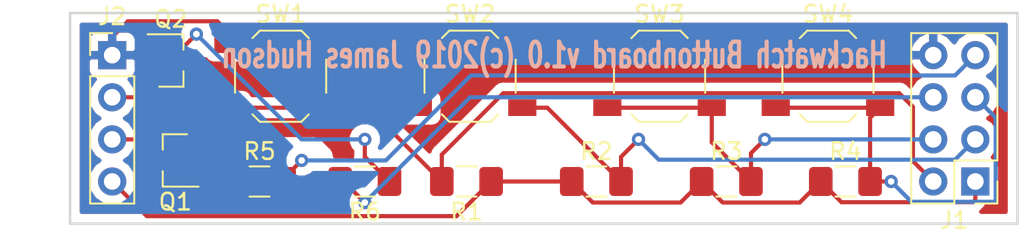
<source format=kicad_pcb>
(kicad_pcb (version 20171130) (host pcbnew "(5.0.2-5-10.14)")

  (general
    (thickness 1.6)
    (drawings 5)
    (tracks 99)
    (zones 0)
    (modules 14)
    (nets 13)
  )

  (page A4)
  (layers
    (0 F.Cu signal)
    (31 B.Cu signal)
    (32 B.Adhes user)
    (33 F.Adhes user)
    (34 B.Paste user)
    (35 F.Paste user)
    (36 B.SilkS user hide)
    (37 F.SilkS user)
    (38 B.Mask user)
    (39 F.Mask user)
    (40 Dwgs.User user)
    (41 Cmts.User user)
    (42 Eco1.User user)
    (43 Eco2.User user)
    (44 Edge.Cuts user)
    (45 Margin user)
    (46 B.CrtYd user)
    (47 F.CrtYd user)
    (48 B.Fab user)
    (49 F.Fab user)
  )

  (setup
    (last_trace_width 0.25)
    (trace_clearance 0.25)
    (zone_clearance 0.508)
    (zone_45_only no)
    (trace_min 0.2)
    (segment_width 0.2)
    (edge_width 0.15)
    (via_size 0.8)
    (via_drill 0.4)
    (via_min_size 0.4)
    (via_min_drill 0.3)
    (uvia_size 0.3)
    (uvia_drill 0.1)
    (uvias_allowed no)
    (uvia_min_size 0.2)
    (uvia_min_drill 0.1)
    (pcb_text_width 0.3)
    (pcb_text_size 1.5 1.5)
    (mod_edge_width 0.15)
    (mod_text_size 1 1)
    (mod_text_width 0.15)
    (pad_size 1.524 1.524)
    (pad_drill 0.762)
    (pad_to_mask_clearance 0.051)
    (solder_mask_min_width 0.25)
    (aux_axis_origin 0 0)
    (visible_elements FFFFFFFF)
    (pcbplotparams
      (layerselection 0x010fc_ffffffff)
      (usegerberextensions false)
      (usegerberattributes false)
      (usegerberadvancedattributes false)
      (creategerberjobfile false)
      (excludeedgelayer true)
      (linewidth 0.100000)
      (plotframeref false)
      (viasonmask false)
      (mode 1)
      (useauxorigin false)
      (hpglpennumber 1)
      (hpglpenspeed 20)
      (hpglpendiameter 15.000000)
      (psnegative false)
      (psa4output false)
      (plotreference true)
      (plotvalue true)
      (plotinvisibletext false)
      (padsonsilk false)
      (subtractmaskfromsilk false)
      (outputformat 1)
      (mirror false)
      (drillshape 1)
      (scaleselection 1)
      (outputdirectory ""))
  )

  (net 0 "")
  (net 1 "Net-(J1-Pad2)")
  (net 2 "Net-(J1-Pad3)")
  (net 3 "Net-(J1-Pad4)")
  (net 4 "Net-(J1-Pad5)")
  (net 5 GND)
  (net 6 "Net-(J1-Pad1)")
  (net 7 "Net-(J1-Pad6)")
  (net 8 "Net-(J2-Pad2)")
  (net 9 "Net-(J2-Pad3)")
  (net 10 "Net-(Q1-Pad1)")
  (net 11 "Net-(Q2-Pad1)")
  (net 12 "Net-(J1-Pad7)")

  (net_class Default "This is the default net class."
    (clearance 0.25)
    (trace_width 0.25)
    (via_dia 0.8)
    (via_drill 0.4)
    (uvia_dia 0.3)
    (uvia_drill 0.1)
    (add_net GND)
    (add_net "Net-(J1-Pad1)")
    (add_net "Net-(J1-Pad2)")
    (add_net "Net-(J1-Pad3)")
    (add_net "Net-(J1-Pad4)")
    (add_net "Net-(J1-Pad5)")
    (add_net "Net-(J1-Pad6)")
    (add_net "Net-(J1-Pad7)")
    (add_net "Net-(J2-Pad2)")
    (add_net "Net-(J2-Pad3)")
    (add_net "Net-(Q1-Pad1)")
    (add_net "Net-(Q2-Pad1)")
  )

  (module Resistor_SMD:R_1206_3216Metric_Pad1.42x1.75mm_HandSolder (layer F.Cu) (tedit 5B301BBD) (tstamp 5CD3C467)
    (at 101.6 60.96)
    (descr "Resistor SMD 1206 (3216 Metric), square (rectangular) end terminal, IPC_7351 nominal with elongated pad for handsoldering. (Body size source: http://www.tortai-tech.com/upload/download/2011102023233369053.pdf), generated with kicad-footprint-generator")
    (tags "resistor handsolder")
    (path /5CC7023A)
    (attr smd)
    (fp_text reference R5 (at 0 -1.82) (layer F.SilkS)
      (effects (font (size 1 1) (thickness 0.15)))
    )
    (fp_text value R (at 0 1.82) (layer F.Fab)
      (effects (font (size 1 1) (thickness 0.15)))
    )
    (fp_line (start -1.6 0.8) (end -1.6 -0.8) (layer F.Fab) (width 0.1))
    (fp_line (start -1.6 -0.8) (end 1.6 -0.8) (layer F.Fab) (width 0.1))
    (fp_line (start 1.6 -0.8) (end 1.6 0.8) (layer F.Fab) (width 0.1))
    (fp_line (start 1.6 0.8) (end -1.6 0.8) (layer F.Fab) (width 0.1))
    (fp_line (start -0.602064 -0.91) (end 0.602064 -0.91) (layer F.SilkS) (width 0.12))
    (fp_line (start -0.602064 0.91) (end 0.602064 0.91) (layer F.SilkS) (width 0.12))
    (fp_line (start -2.45 1.12) (end -2.45 -1.12) (layer F.CrtYd) (width 0.05))
    (fp_line (start -2.45 -1.12) (end 2.45 -1.12) (layer F.CrtYd) (width 0.05))
    (fp_line (start 2.45 -1.12) (end 2.45 1.12) (layer F.CrtYd) (width 0.05))
    (fp_line (start 2.45 1.12) (end -2.45 1.12) (layer F.CrtYd) (width 0.05))
    (fp_text user %R (at 0 0) (layer F.Fab)
      (effects (font (size 0.8 0.8) (thickness 0.12)))
    )
    (pad 1 smd roundrect (at -1.4875 0) (size 1.425 1.75) (layers F.Cu F.Paste F.Mask) (roundrect_rratio 0.175439)
      (net 10 "Net-(Q1-Pad1)"))
    (pad 2 smd roundrect (at 1.4875 0) (size 1.425 1.75) (layers F.Cu F.Paste F.Mask) (roundrect_rratio 0.175439)
      (net 12 "Net-(J1-Pad7)"))
    (model ${KISYS3DMOD}/Resistor_SMD.3dshapes/R_1206_3216Metric.wrl
      (at (xyz 0 0 0))
      (scale (xyz 1 1 1))
      (rotate (xyz 0 0 0))
    )
  )

  (module Package_TO_SOT_SMD:SOT-23 (layer F.Cu) (tedit 5A02FF57) (tstamp 5CD3C441)
    (at 96.52 59.69 180)
    (descr "SOT-23, Standard")
    (tags SOT-23)
    (path /5CC6FF38)
    (attr smd)
    (fp_text reference Q1 (at 0 -2.5 180) (layer F.SilkS)
      (effects (font (size 1 1) (thickness 0.15)))
    )
    (fp_text value 2N7002 (at 0 2.5 180) (layer F.Fab)
      (effects (font (size 1 1) (thickness 0.15)))
    )
    (fp_text user %R (at 0 0 270) (layer F.Fab)
      (effects (font (size 0.5 0.5) (thickness 0.075)))
    )
    (fp_line (start -0.7 -0.95) (end -0.7 1.5) (layer F.Fab) (width 0.1))
    (fp_line (start -0.15 -1.52) (end 0.7 -1.52) (layer F.Fab) (width 0.1))
    (fp_line (start -0.7 -0.95) (end -0.15 -1.52) (layer F.Fab) (width 0.1))
    (fp_line (start 0.7 -1.52) (end 0.7 1.52) (layer F.Fab) (width 0.1))
    (fp_line (start -0.7 1.52) (end 0.7 1.52) (layer F.Fab) (width 0.1))
    (fp_line (start 0.76 1.58) (end 0.76 0.65) (layer F.SilkS) (width 0.12))
    (fp_line (start 0.76 -1.58) (end 0.76 -0.65) (layer F.SilkS) (width 0.12))
    (fp_line (start -1.7 -1.75) (end 1.7 -1.75) (layer F.CrtYd) (width 0.05))
    (fp_line (start 1.7 -1.75) (end 1.7 1.75) (layer F.CrtYd) (width 0.05))
    (fp_line (start 1.7 1.75) (end -1.7 1.75) (layer F.CrtYd) (width 0.05))
    (fp_line (start -1.7 1.75) (end -1.7 -1.75) (layer F.CrtYd) (width 0.05))
    (fp_line (start 0.76 -1.58) (end -1.4 -1.58) (layer F.SilkS) (width 0.12))
    (fp_line (start 0.76 1.58) (end -0.7 1.58) (layer F.SilkS) (width 0.12))
    (pad 1 smd rect (at -1 -0.95 180) (size 0.9 0.8) (layers F.Cu F.Paste F.Mask)
      (net 10 "Net-(Q1-Pad1)"))
    (pad 2 smd rect (at -1 0.95 180) (size 0.9 0.8) (layers F.Cu F.Paste F.Mask)
      (net 5 GND))
    (pad 3 smd rect (at 1 0 180) (size 0.9 0.8) (layers F.Cu F.Paste F.Mask)
      (net 9 "Net-(J2-Pad3)"))
    (model ${KISYS3DMOD}/Package_TO_SOT_SMD.3dshapes/SOT-23.wrl
      (at (xyz 0 0 0))
      (scale (xyz 1 1 1))
      (rotate (xyz 0 0 0))
    )
  )

  (module Connector_PinHeader_2.54mm:PinHeader_1x04_P2.54mm_Vertical (layer F.Cu) (tedit 5CC7F944) (tstamp 5CD3C5A6)
    (at 92.71 53.34)
    (descr "Through hole straight pin header, 1x04, 2.54mm pitch, single row")
    (tags "Through hole pin header THT 1x04 2.54mm single row")
    (path /5CC71030)
    (fp_text reference J2 (at 0 -2.33) (layer F.SilkS)
      (effects (font (size 1 1) (thickness 0.15)))
    )
    (fp_text value Conn_01x04_Male (at 0 9.95) (layer F.Fab)
      (effects (font (size 1 1) (thickness 0.15)))
    )
    (fp_line (start -0.635 -1.27) (end 1.27 -1.27) (layer F.Fab) (width 0.1))
    (fp_line (start 1.27 -1.27) (end 1.27 8.89) (layer F.Fab) (width 0.1))
    (fp_line (start 1.27 8.89) (end -1.27 8.89) (layer F.Fab) (width 0.1))
    (fp_line (start -1.27 8.89) (end -1.27 -0.635) (layer F.Fab) (width 0.1))
    (fp_line (start -1.27 -0.635) (end -0.635 -1.27) (layer F.Fab) (width 0.1))
    (fp_line (start -1.33 8.95) (end 1.33 8.95) (layer F.SilkS) (width 0.12))
    (fp_line (start -1.33 1.27) (end -1.33 8.95) (layer F.SilkS) (width 0.12))
    (fp_line (start 1.33 1.27) (end 1.33 8.95) (layer F.SilkS) (width 0.12))
    (fp_line (start -1.33 1.27) (end 1.33 1.27) (layer F.SilkS) (width 0.12))
    (fp_line (start -1.33 0) (end -1.33 -1.33) (layer F.SilkS) (width 0.12))
    (fp_line (start -1.33 -1.33) (end 0 -1.33) (layer F.SilkS) (width 0.12))
    (fp_line (start -1.8 -1.8) (end -1.8 9.4) (layer F.CrtYd) (width 0.05))
    (fp_line (start -1.8 9.4) (end 1.8 9.4) (layer F.CrtYd) (width 0.05))
    (fp_line (start 1.8 9.4) (end 1.8 -1.8) (layer F.CrtYd) (width 0.05))
    (fp_line (start 1.8 -1.8) (end -1.8 -1.8) (layer F.CrtYd) (width 0.05))
    (fp_text user %R (at 0 3.81 90) (layer F.Fab)
      (effects (font (size 1 1) (thickness 0.15)))
    )
    (pad 1 thru_hole rect (at 0 0) (size 1.7 1.7) (drill 1) (layers *.Cu *.Mask)
      (net 5 GND))
    (pad 2 thru_hole oval (at 0 2.54) (size 1.7 1.7) (drill 1) (layers *.Cu *.Mask)
      (net 8 "Net-(J2-Pad2)"))
    (pad 3 thru_hole oval (at 0 5.08) (size 1.7 1.7) (drill 1) (layers *.Cu *.Mask)
      (net 9 "Net-(J2-Pad3)"))
    (pad 4 thru_hole oval (at 0 7.62) (size 1.7 1.7) (drill 1) (layers *.Cu *.Mask)
      (net 6 "Net-(J1-Pad1)"))
    (model ${KISYS3DMOD}/Connector_PinHeader_2.54mm.3dshapes/PinHeader_1x04_P2.54mm_Vertical.wrl
      (at (xyz 0 0 0))
      (scale (xyz 1 1 1))
      (rotate (xyz 0 0 0))
    )
  )

  (module Resistor_SMD:R_1206_3216Metric_Pad1.42x1.75mm_HandSolder (layer F.Cu) (tedit 5B301BBD) (tstamp 5CD3C1AF)
    (at 121.92 60.96)
    (descr "Resistor SMD 1206 (3216 Metric), square (rectangular) end terminal, IPC_7351 nominal with elongated pad for handsoldering. (Body size source: http://www.tortai-tech.com/upload/download/2011102023233369053.pdf), generated with kicad-footprint-generator")
    (tags "resistor handsolder")
    (path /5C7E5B12)
    (attr smd)
    (fp_text reference R2 (at 0 -1.82) (layer F.SilkS)
      (effects (font (size 1 1) (thickness 0.15)))
    )
    (fp_text value R (at 0 1.82) (layer F.Fab)
      (effects (font (size 1 1) (thickness 0.15)))
    )
    (fp_line (start -1.6 0.8) (end -1.6 -0.8) (layer F.Fab) (width 0.1))
    (fp_line (start -1.6 -0.8) (end 1.6 -0.8) (layer F.Fab) (width 0.1))
    (fp_line (start 1.6 -0.8) (end 1.6 0.8) (layer F.Fab) (width 0.1))
    (fp_line (start 1.6 0.8) (end -1.6 0.8) (layer F.Fab) (width 0.1))
    (fp_line (start -0.602064 -0.91) (end 0.602064 -0.91) (layer F.SilkS) (width 0.12))
    (fp_line (start -0.602064 0.91) (end 0.602064 0.91) (layer F.SilkS) (width 0.12))
    (fp_line (start -2.45 1.12) (end -2.45 -1.12) (layer F.CrtYd) (width 0.05))
    (fp_line (start -2.45 -1.12) (end 2.45 -1.12) (layer F.CrtYd) (width 0.05))
    (fp_line (start 2.45 -1.12) (end 2.45 1.12) (layer F.CrtYd) (width 0.05))
    (fp_line (start 2.45 1.12) (end -2.45 1.12) (layer F.CrtYd) (width 0.05))
    (fp_text user %R (at 3.81 1.27) (layer F.Fab)
      (effects (font (size 0.8 0.8) (thickness 0.12)))
    )
    (pad 1 smd roundrect (at -1.4875 0) (size 1.425 1.75) (layers F.Cu F.Paste F.Mask) (roundrect_rratio 0.175439)
      (net 6 "Net-(J1-Pad1)"))
    (pad 2 smd roundrect (at 1.4875 0) (size 1.425 1.75) (layers F.Cu F.Paste F.Mask) (roundrect_rratio 0.175439)
      (net 2 "Net-(J1-Pad3)"))
    (model ${KISYS3DMOD}/Resistor_SMD.3dshapes/R_1206_3216Metric.wrl
      (at (xyz 0 0 0))
      (scale (xyz 1 1 1))
      (rotate (xyz 0 0 0))
    )
  )

  (module Package_TO_SOT_SMD:SOT-23 (layer F.Cu) (tedit 5A02FF57) (tstamp 5CD3C456)
    (at 96.25 53.66)
    (descr "SOT-23, Standard")
    (tags SOT-23)
    (path /5CC7019C)
    (attr smd)
    (fp_text reference Q2 (at 0 -2.5) (layer F.SilkS)
      (effects (font (size 1 1) (thickness 0.15)))
    )
    (fp_text value 2N7002 (at 0 2.5) (layer F.Fab)
      (effects (font (size 1 1) (thickness 0.15)))
    )
    (fp_line (start 0.76 1.58) (end -0.7 1.58) (layer F.SilkS) (width 0.12))
    (fp_line (start 0.76 -1.58) (end -1.4 -1.58) (layer F.SilkS) (width 0.12))
    (fp_line (start -1.7 1.75) (end -1.7 -1.75) (layer F.CrtYd) (width 0.05))
    (fp_line (start 1.7 1.75) (end -1.7 1.75) (layer F.CrtYd) (width 0.05))
    (fp_line (start 1.7 -1.75) (end 1.7 1.75) (layer F.CrtYd) (width 0.05))
    (fp_line (start -1.7 -1.75) (end 1.7 -1.75) (layer F.CrtYd) (width 0.05))
    (fp_line (start 0.76 -1.58) (end 0.76 -0.65) (layer F.SilkS) (width 0.12))
    (fp_line (start 0.76 1.58) (end 0.76 0.65) (layer F.SilkS) (width 0.12))
    (fp_line (start -0.7 1.52) (end 0.7 1.52) (layer F.Fab) (width 0.1))
    (fp_line (start 0.7 -1.52) (end 0.7 1.52) (layer F.Fab) (width 0.1))
    (fp_line (start -0.7 -0.95) (end -0.15 -1.52) (layer F.Fab) (width 0.1))
    (fp_line (start -0.15 -1.52) (end 0.7 -1.52) (layer F.Fab) (width 0.1))
    (fp_line (start -0.7 -0.95) (end -0.7 1.5) (layer F.Fab) (width 0.1))
    (fp_text user %R (at 0 0 90) (layer F.Fab)
      (effects (font (size 0.5 0.5) (thickness 0.075)))
    )
    (pad 3 smd rect (at 1 0) (size 0.9 0.8) (layers F.Cu F.Paste F.Mask)
      (net 8 "Net-(J2-Pad2)"))
    (pad 2 smd rect (at -1 0.95) (size 0.9 0.8) (layers F.Cu F.Paste F.Mask)
      (net 5 GND))
    (pad 1 smd rect (at -1 -0.95) (size 0.9 0.8) (layers F.Cu F.Paste F.Mask)
      (net 11 "Net-(Q2-Pad1)"))
    (model ${KISYS3DMOD}/Package_TO_SOT_SMD.3dshapes/SOT-23.wrl
      (at (xyz 0 0 0))
      (scale (xyz 1 1 1))
      (rotate (xyz 0 0 0))
    )
  )

  (module Resistor_SMD:R_1206_3216Metric_Pad1.42x1.75mm_HandSolder (layer F.Cu) (tedit 5B301BBD) (tstamp 5CD3C19E)
    (at 114.0825 60.96 180)
    (descr "Resistor SMD 1206 (3216 Metric), square (rectangular) end terminal, IPC_7351 nominal with elongated pad for handsoldering. (Body size source: http://www.tortai-tech.com/upload/download/2011102023233369053.pdf), generated with kicad-footprint-generator")
    (tags "resistor handsolder")
    (path /5C7E5A7E)
    (attr smd)
    (fp_text reference R1 (at 0 -1.82 180) (layer F.SilkS)
      (effects (font (size 1 1) (thickness 0.15)))
    )
    (fp_text value 33K (at 0 1.82 180) (layer F.Fab)
      (effects (font (size 1 1) (thickness 0.15)))
    )
    (fp_line (start -1.6 0.8) (end -1.6 -0.8) (layer F.Fab) (width 0.1))
    (fp_line (start -1.6 -0.8) (end 1.6 -0.8) (layer F.Fab) (width 0.1))
    (fp_line (start 1.6 -0.8) (end 1.6 0.8) (layer F.Fab) (width 0.1))
    (fp_line (start 1.6 0.8) (end -1.6 0.8) (layer F.Fab) (width 0.1))
    (fp_line (start -0.602064 -0.91) (end 0.602064 -0.91) (layer F.SilkS) (width 0.12))
    (fp_line (start -0.602064 0.91) (end 0.602064 0.91) (layer F.SilkS) (width 0.12))
    (fp_line (start -2.45 1.12) (end -2.45 -1.12) (layer F.CrtYd) (width 0.05))
    (fp_line (start -2.45 -1.12) (end 2.45 -1.12) (layer F.CrtYd) (width 0.05))
    (fp_line (start 2.45 -1.12) (end 2.45 1.12) (layer F.CrtYd) (width 0.05))
    (fp_line (start 2.45 1.12) (end -2.45 1.12) (layer F.CrtYd) (width 0.05))
    (fp_text user %R (at 0 0 180) (layer F.Fab)
      (effects (font (size 0.8 0.8) (thickness 0.12)))
    )
    (pad 1 smd roundrect (at -1.4875 0 180) (size 1.425 1.75) (layers F.Cu F.Paste F.Mask) (roundrect_rratio 0.175439)
      (net 6 "Net-(J1-Pad1)"))
    (pad 2 smd roundrect (at 1.4875 0 180) (size 1.425 1.75) (layers F.Cu F.Paste F.Mask) (roundrect_rratio 0.175439)
      (net 1 "Net-(J1-Pad2)"))
    (model ${KISYS3DMOD}/Resistor_SMD.3dshapes/R_1206_3216Metric.wrl
      (at (xyz 0 0 0))
      (scale (xyz 1 1 1))
      (rotate (xyz 0 0 0))
    )
  )

  (module Resistor_SMD:R_1206_3216Metric_Pad1.42x1.75mm_HandSolder (layer F.Cu) (tedit 5B301BBD) (tstamp 5CD3C1C0)
    (at 129.7575 60.96)
    (descr "Resistor SMD 1206 (3216 Metric), square (rectangular) end terminal, IPC_7351 nominal with elongated pad for handsoldering. (Body size source: http://www.tortai-tech.com/upload/download/2011102023233369053.pdf), generated with kicad-footprint-generator")
    (tags "resistor handsolder")
    (path /5C7E5BFF)
    (attr smd)
    (fp_text reference R3 (at 0 -1.82) (layer F.SilkS)
      (effects (font (size 1 1) (thickness 0.15)))
    )
    (fp_text value R (at 0 1.82) (layer F.Fab)
      (effects (font (size 1 1) (thickness 0.15)))
    )
    (fp_line (start -1.6 0.8) (end -1.6 -0.8) (layer F.Fab) (width 0.1))
    (fp_line (start -1.6 -0.8) (end 1.6 -0.8) (layer F.Fab) (width 0.1))
    (fp_line (start 1.6 -0.8) (end 1.6 0.8) (layer F.Fab) (width 0.1))
    (fp_line (start 1.6 0.8) (end -1.6 0.8) (layer F.Fab) (width 0.1))
    (fp_line (start -0.602064 -0.91) (end 0.602064 -0.91) (layer F.SilkS) (width 0.12))
    (fp_line (start -0.602064 0.91) (end 0.602064 0.91) (layer F.SilkS) (width 0.12))
    (fp_line (start -2.45 1.12) (end -2.45 -1.12) (layer F.CrtYd) (width 0.05))
    (fp_line (start -2.45 -1.12) (end 2.45 -1.12) (layer F.CrtYd) (width 0.05))
    (fp_line (start 2.45 -1.12) (end 2.45 1.12) (layer F.CrtYd) (width 0.05))
    (fp_line (start 2.45 1.12) (end -2.45 1.12) (layer F.CrtYd) (width 0.05))
    (fp_text user %R (at 0 0) (layer F.Fab)
      (effects (font (size 0.8 0.8) (thickness 0.12)))
    )
    (pad 1 smd roundrect (at -1.4875 0) (size 1.425 1.75) (layers F.Cu F.Paste F.Mask) (roundrect_rratio 0.175439)
      (net 6 "Net-(J1-Pad1)"))
    (pad 2 smd roundrect (at 1.4875 0) (size 1.425 1.75) (layers F.Cu F.Paste F.Mask) (roundrect_rratio 0.175439)
      (net 3 "Net-(J1-Pad4)"))
    (model ${KISYS3DMOD}/Resistor_SMD.3dshapes/R_1206_3216Metric.wrl
      (at (xyz 0 0 0))
      (scale (xyz 1 1 1))
      (rotate (xyz 0 0 0))
    )
  )

  (module Resistor_SMD:R_1206_3216Metric_Pad1.42x1.75mm_HandSolder (layer F.Cu) (tedit 5B301BBD) (tstamp 5CD3C1D1)
    (at 136.9425 60.96)
    (descr "Resistor SMD 1206 (3216 Metric), square (rectangular) end terminal, IPC_7351 nominal with elongated pad for handsoldering. (Body size source: http://www.tortai-tech.com/upload/download/2011102023233369053.pdf), generated with kicad-footprint-generator")
    (tags "resistor handsolder")
    (path /5C7E5C05)
    (attr smd)
    (fp_text reference R4 (at 0 -1.82) (layer F.SilkS)
      (effects (font (size 1 1) (thickness 0.15)))
    )
    (fp_text value R (at 0 1.82) (layer F.Fab)
      (effects (font (size 1 1) (thickness 0.15)))
    )
    (fp_text user %R (at 0 0) (layer F.Fab)
      (effects (font (size 0.8 0.8) (thickness 0.12)))
    )
    (fp_line (start 2.45 1.12) (end -2.45 1.12) (layer F.CrtYd) (width 0.05))
    (fp_line (start 2.45 -1.12) (end 2.45 1.12) (layer F.CrtYd) (width 0.05))
    (fp_line (start -2.45 -1.12) (end 2.45 -1.12) (layer F.CrtYd) (width 0.05))
    (fp_line (start -2.45 1.12) (end -2.45 -1.12) (layer F.CrtYd) (width 0.05))
    (fp_line (start -0.602064 0.91) (end 0.602064 0.91) (layer F.SilkS) (width 0.12))
    (fp_line (start -0.602064 -0.91) (end 0.602064 -0.91) (layer F.SilkS) (width 0.12))
    (fp_line (start 1.6 0.8) (end -1.6 0.8) (layer F.Fab) (width 0.1))
    (fp_line (start 1.6 -0.8) (end 1.6 0.8) (layer F.Fab) (width 0.1))
    (fp_line (start -1.6 -0.8) (end 1.6 -0.8) (layer F.Fab) (width 0.1))
    (fp_line (start -1.6 0.8) (end -1.6 -0.8) (layer F.Fab) (width 0.1))
    (pad 2 smd roundrect (at 1.4875 0) (size 1.425 1.75) (layers F.Cu F.Paste F.Mask) (roundrect_rratio 0.175439)
      (net 4 "Net-(J1-Pad5)"))
    (pad 1 smd roundrect (at -1.4875 0) (size 1.425 1.75) (layers F.Cu F.Paste F.Mask) (roundrect_rratio 0.175439)
      (net 6 "Net-(J1-Pad1)"))
    (model ${KISYS3DMOD}/Resistor_SMD.3dshapes/R_1206_3216Metric.wrl
      (at (xyz 0 0 0))
      (scale (xyz 1 1 1))
      (rotate (xyz 0 0 0))
    )
  )

  (module Button_Switch_SMD:SW_SPST_TL3342 (layer F.Cu) (tedit 5A02FC95) (tstamp 5CD3C207)
    (at 102.87 54.61)
    (descr "Low-profile SMD Tactile Switch, https://www.e-switch.com/system/asset/product_line/data_sheet/165/TL3342.pdf")
    (tags "SPST Tactile Switch")
    (path /5C7E5721)
    (attr smd)
    (fp_text reference SW1 (at 0 -3.75) (layer F.SilkS)
      (effects (font (size 1 1) (thickness 0.15)))
    )
    (fp_text value SW_Push (at 0 3.75) (layer F.Fab)
      (effects (font (size 1 1) (thickness 0.15)))
    )
    (fp_text user %R (at 5.08 0) (layer F.Fab)
      (effects (font (size 1 1) (thickness 0.15)))
    )
    (fp_line (start 3.2 2.1) (end 3.2 1.6) (layer F.Fab) (width 0.1))
    (fp_line (start 3.2 -2.1) (end 3.2 -1.6) (layer F.Fab) (width 0.1))
    (fp_line (start -3.2 2.1) (end -3.2 1.6) (layer F.Fab) (width 0.1))
    (fp_line (start -3.2 -2.1) (end -3.2 -1.6) (layer F.Fab) (width 0.1))
    (fp_line (start 2.7 -2.1) (end 2.7 -1.6) (layer F.Fab) (width 0.1))
    (fp_line (start 1.7 -2.1) (end 3.2 -2.1) (layer F.Fab) (width 0.1))
    (fp_line (start 3.2 -1.6) (end 2.2 -1.6) (layer F.Fab) (width 0.1))
    (fp_line (start -2.7 -2.1) (end -2.7 -1.6) (layer F.Fab) (width 0.1))
    (fp_line (start -1.7 -2.1) (end -3.2 -2.1) (layer F.Fab) (width 0.1))
    (fp_line (start -3.2 -1.6) (end -2.2 -1.6) (layer F.Fab) (width 0.1))
    (fp_line (start -2.7 2.1) (end -2.7 1.6) (layer F.Fab) (width 0.1))
    (fp_line (start -3.2 1.6) (end -2.2 1.6) (layer F.Fab) (width 0.1))
    (fp_line (start -1.7 2.1) (end -3.2 2.1) (layer F.Fab) (width 0.1))
    (fp_line (start 1.7 2.1) (end 3.2 2.1) (layer F.Fab) (width 0.1))
    (fp_line (start 2.7 2.1) (end 2.7 1.6) (layer F.Fab) (width 0.1))
    (fp_line (start 3.2 1.6) (end 2.2 1.6) (layer F.Fab) (width 0.1))
    (fp_line (start -1.7 2.3) (end -1.25 2.75) (layer F.SilkS) (width 0.12))
    (fp_line (start 1.7 2.3) (end 1.25 2.75) (layer F.SilkS) (width 0.12))
    (fp_line (start 1.7 -2.3) (end 1.25 -2.75) (layer F.SilkS) (width 0.12))
    (fp_line (start -1.7 -2.3) (end -1.25 -2.75) (layer F.SilkS) (width 0.12))
    (fp_line (start -2 -1) (end -1 -2) (layer F.Fab) (width 0.1))
    (fp_line (start -1 -2) (end 1 -2) (layer F.Fab) (width 0.1))
    (fp_line (start 1 -2) (end 2 -1) (layer F.Fab) (width 0.1))
    (fp_line (start 2 -1) (end 2 1) (layer F.Fab) (width 0.1))
    (fp_line (start 2 1) (end 1 2) (layer F.Fab) (width 0.1))
    (fp_line (start 1 2) (end -1 2) (layer F.Fab) (width 0.1))
    (fp_line (start -1 2) (end -2 1) (layer F.Fab) (width 0.1))
    (fp_line (start -2 1) (end -2 -1) (layer F.Fab) (width 0.1))
    (fp_line (start 2.75 -1) (end 2.75 1) (layer F.SilkS) (width 0.12))
    (fp_line (start -1.25 2.75) (end 1.25 2.75) (layer F.SilkS) (width 0.12))
    (fp_line (start -2.75 -1) (end -2.75 1) (layer F.SilkS) (width 0.12))
    (fp_line (start -1.25 -2.75) (end 1.25 -2.75) (layer F.SilkS) (width 0.12))
    (fp_line (start -2.6 -1.2) (end -2.6 1.2) (layer F.Fab) (width 0.1))
    (fp_line (start -2.6 1.2) (end -1.2 2.6) (layer F.Fab) (width 0.1))
    (fp_line (start -1.2 2.6) (end 1.2 2.6) (layer F.Fab) (width 0.1))
    (fp_line (start 1.2 2.6) (end 2.6 1.2) (layer F.Fab) (width 0.1))
    (fp_line (start 2.6 1.2) (end 2.6 -1.2) (layer F.Fab) (width 0.1))
    (fp_line (start 2.6 -1.2) (end 1.2 -2.6) (layer F.Fab) (width 0.1))
    (fp_line (start 1.2 -2.6) (end -1.2 -2.6) (layer F.Fab) (width 0.1))
    (fp_line (start -1.2 -2.6) (end -2.6 -1.2) (layer F.Fab) (width 0.1))
    (fp_line (start -4.25 -3) (end 4.25 -3) (layer F.CrtYd) (width 0.05))
    (fp_line (start 4.25 -3) (end 4.25 3) (layer F.CrtYd) (width 0.05))
    (fp_line (start 4.25 3) (end -4.25 3) (layer F.CrtYd) (width 0.05))
    (fp_line (start -4.25 3) (end -4.25 -3) (layer F.CrtYd) (width 0.05))
    (fp_circle (center 0 0) (end 1 0) (layer F.Fab) (width 0.1))
    (pad 1 smd rect (at -3.15 -1.9) (size 1.7 1) (layers F.Cu F.Paste F.Mask)
      (net 5 GND))
    (pad 1 smd rect (at 3.15 -1.9) (size 1.7 1) (layers F.Cu F.Paste F.Mask)
      (net 5 GND))
    (pad 2 smd rect (at -3.15 1.9) (size 1.7 1) (layers F.Cu F.Paste F.Mask)
      (net 1 "Net-(J1-Pad2)"))
    (pad 2 smd rect (at 3.15 1.9) (size 1.7 1) (layers F.Cu F.Paste F.Mask)
      (net 1 "Net-(J1-Pad2)"))
    (model ${KISYS3DMOD}/Button_Switch_SMD.3dshapes/SW_SPST_TL3342.wrl
      (at (xyz 0 0 0))
      (scale (xyz 1 1 1))
      (rotate (xyz 0 0 0))
    )
  )

  (module Button_Switch_SMD:SW_SPST_TL3342 (layer F.Cu) (tedit 5A02FC95) (tstamp 5CD3C23D)
    (at 114.3 54.61)
    (descr "Low-profile SMD Tactile Switch, https://www.e-switch.com/system/asset/product_line/data_sheet/165/TL3342.pdf")
    (tags "SPST Tactile Switch")
    (path /5C7E584A)
    (attr smd)
    (fp_text reference SW2 (at 0 -3.75) (layer F.SilkS)
      (effects (font (size 1 1) (thickness 0.15)))
    )
    (fp_text value SW_Push (at 0 3.75) (layer F.Fab)
      (effects (font (size 1 1) (thickness 0.15)))
    )
    (fp_circle (center 0 0) (end 1 0) (layer F.Fab) (width 0.1))
    (fp_line (start -4.25 3) (end -4.25 -3) (layer F.CrtYd) (width 0.05))
    (fp_line (start 4.25 3) (end -4.25 3) (layer F.CrtYd) (width 0.05))
    (fp_line (start 4.25 -3) (end 4.25 3) (layer F.CrtYd) (width 0.05))
    (fp_line (start -4.25 -3) (end 4.25 -3) (layer F.CrtYd) (width 0.05))
    (fp_line (start -1.2 -2.6) (end -2.6 -1.2) (layer F.Fab) (width 0.1))
    (fp_line (start 1.2 -2.6) (end -1.2 -2.6) (layer F.Fab) (width 0.1))
    (fp_line (start 2.6 -1.2) (end 1.2 -2.6) (layer F.Fab) (width 0.1))
    (fp_line (start 2.6 1.2) (end 2.6 -1.2) (layer F.Fab) (width 0.1))
    (fp_line (start 1.2 2.6) (end 2.6 1.2) (layer F.Fab) (width 0.1))
    (fp_line (start -1.2 2.6) (end 1.2 2.6) (layer F.Fab) (width 0.1))
    (fp_line (start -2.6 1.2) (end -1.2 2.6) (layer F.Fab) (width 0.1))
    (fp_line (start -2.6 -1.2) (end -2.6 1.2) (layer F.Fab) (width 0.1))
    (fp_line (start -1.25 -2.75) (end 1.25 -2.75) (layer F.SilkS) (width 0.12))
    (fp_line (start -2.75 -1) (end -2.75 1) (layer F.SilkS) (width 0.12))
    (fp_line (start -1.25 2.75) (end 1.25 2.75) (layer F.SilkS) (width 0.12))
    (fp_line (start 2.75 -1) (end 2.75 1) (layer F.SilkS) (width 0.12))
    (fp_line (start -2 1) (end -2 -1) (layer F.Fab) (width 0.1))
    (fp_line (start -1 2) (end -2 1) (layer F.Fab) (width 0.1))
    (fp_line (start 1 2) (end -1 2) (layer F.Fab) (width 0.1))
    (fp_line (start 2 1) (end 1 2) (layer F.Fab) (width 0.1))
    (fp_line (start 2 -1) (end 2 1) (layer F.Fab) (width 0.1))
    (fp_line (start 1 -2) (end 2 -1) (layer F.Fab) (width 0.1))
    (fp_line (start -1 -2) (end 1 -2) (layer F.Fab) (width 0.1))
    (fp_line (start -2 -1) (end -1 -2) (layer F.Fab) (width 0.1))
    (fp_line (start -1.7 -2.3) (end -1.25 -2.75) (layer F.SilkS) (width 0.12))
    (fp_line (start 1.7 -2.3) (end 1.25 -2.75) (layer F.SilkS) (width 0.12))
    (fp_line (start 1.7 2.3) (end 1.25 2.75) (layer F.SilkS) (width 0.12))
    (fp_line (start -1.7 2.3) (end -1.25 2.75) (layer F.SilkS) (width 0.12))
    (fp_line (start 3.2 1.6) (end 2.2 1.6) (layer F.Fab) (width 0.1))
    (fp_line (start 2.7 2.1) (end 2.7 1.6) (layer F.Fab) (width 0.1))
    (fp_line (start 1.7 2.1) (end 3.2 2.1) (layer F.Fab) (width 0.1))
    (fp_line (start -1.7 2.1) (end -3.2 2.1) (layer F.Fab) (width 0.1))
    (fp_line (start -3.2 1.6) (end -2.2 1.6) (layer F.Fab) (width 0.1))
    (fp_line (start -2.7 2.1) (end -2.7 1.6) (layer F.Fab) (width 0.1))
    (fp_line (start -3.2 -1.6) (end -2.2 -1.6) (layer F.Fab) (width 0.1))
    (fp_line (start -1.7 -2.1) (end -3.2 -2.1) (layer F.Fab) (width 0.1))
    (fp_line (start -2.7 -2.1) (end -2.7 -1.6) (layer F.Fab) (width 0.1))
    (fp_line (start 3.2 -1.6) (end 2.2 -1.6) (layer F.Fab) (width 0.1))
    (fp_line (start 1.7 -2.1) (end 3.2 -2.1) (layer F.Fab) (width 0.1))
    (fp_line (start 2.7 -2.1) (end 2.7 -1.6) (layer F.Fab) (width 0.1))
    (fp_line (start -3.2 -2.1) (end -3.2 -1.6) (layer F.Fab) (width 0.1))
    (fp_line (start -3.2 2.1) (end -3.2 1.6) (layer F.Fab) (width 0.1))
    (fp_line (start 3.2 -2.1) (end 3.2 -1.6) (layer F.Fab) (width 0.1))
    (fp_line (start 3.2 2.1) (end 3.2 1.6) (layer F.Fab) (width 0.1))
    (fp_text user %R (at 5.08 0) (layer F.Fab)
      (effects (font (size 1 1) (thickness 0.15)))
    )
    (pad 2 smd rect (at 3.15 1.9) (size 1.7 1) (layers F.Cu F.Paste F.Mask)
      (net 2 "Net-(J1-Pad3)"))
    (pad 2 smd rect (at -3.15 1.9) (size 1.7 1) (layers F.Cu F.Paste F.Mask)
      (net 2 "Net-(J1-Pad3)"))
    (pad 1 smd rect (at 3.15 -1.9) (size 1.7 1) (layers F.Cu F.Paste F.Mask)
      (net 5 GND))
    (pad 1 smd rect (at -3.15 -1.9) (size 1.7 1) (layers F.Cu F.Paste F.Mask)
      (net 5 GND))
    (model ${KISYS3DMOD}/Button_Switch_SMD.3dshapes/SW_SPST_TL3342.wrl
      (at (xyz 0 0 0))
      (scale (xyz 1 1 1))
      (rotate (xyz 0 0 0))
    )
  )

  (module Button_Switch_SMD:SW_SPST_TL3342 (layer F.Cu) (tedit 5A02FC95) (tstamp 5CD3C273)
    (at 125.73 54.61)
    (descr "Low-profile SMD Tactile Switch, https://www.e-switch.com/system/asset/product_line/data_sheet/165/TL3342.pdf")
    (tags "SPST Tactile Switch")
    (path /5C7E58DA)
    (attr smd)
    (fp_text reference SW3 (at 0 -3.75) (layer F.SilkS)
      (effects (font (size 1 1) (thickness 0.15)))
    )
    (fp_text value SW_Push (at 0 3.75) (layer F.Fab)
      (effects (font (size 1 1) (thickness 0.15)))
    )
    (fp_text user %R (at 5.08 0) (layer F.Fab)
      (effects (font (size 1 1) (thickness 0.15)))
    )
    (fp_line (start 3.2 2.1) (end 3.2 1.6) (layer F.Fab) (width 0.1))
    (fp_line (start 3.2 -2.1) (end 3.2 -1.6) (layer F.Fab) (width 0.1))
    (fp_line (start -3.2 2.1) (end -3.2 1.6) (layer F.Fab) (width 0.1))
    (fp_line (start -3.2 -2.1) (end -3.2 -1.6) (layer F.Fab) (width 0.1))
    (fp_line (start 2.7 -2.1) (end 2.7 -1.6) (layer F.Fab) (width 0.1))
    (fp_line (start 1.7 -2.1) (end 3.2 -2.1) (layer F.Fab) (width 0.1))
    (fp_line (start 3.2 -1.6) (end 2.2 -1.6) (layer F.Fab) (width 0.1))
    (fp_line (start -2.7 -2.1) (end -2.7 -1.6) (layer F.Fab) (width 0.1))
    (fp_line (start -1.7 -2.1) (end -3.2 -2.1) (layer F.Fab) (width 0.1))
    (fp_line (start -3.2 -1.6) (end -2.2 -1.6) (layer F.Fab) (width 0.1))
    (fp_line (start -2.7 2.1) (end -2.7 1.6) (layer F.Fab) (width 0.1))
    (fp_line (start -3.2 1.6) (end -2.2 1.6) (layer F.Fab) (width 0.1))
    (fp_line (start -1.7 2.1) (end -3.2 2.1) (layer F.Fab) (width 0.1))
    (fp_line (start 1.7 2.1) (end 3.2 2.1) (layer F.Fab) (width 0.1))
    (fp_line (start 2.7 2.1) (end 2.7 1.6) (layer F.Fab) (width 0.1))
    (fp_line (start 3.2 1.6) (end 2.2 1.6) (layer F.Fab) (width 0.1))
    (fp_line (start -1.7 2.3) (end -1.25 2.75) (layer F.SilkS) (width 0.12))
    (fp_line (start 1.7 2.3) (end 1.25 2.75) (layer F.SilkS) (width 0.12))
    (fp_line (start 1.7 -2.3) (end 1.25 -2.75) (layer F.SilkS) (width 0.12))
    (fp_line (start -1.7 -2.3) (end -1.25 -2.75) (layer F.SilkS) (width 0.12))
    (fp_line (start -2 -1) (end -1 -2) (layer F.Fab) (width 0.1))
    (fp_line (start -1 -2) (end 1 -2) (layer F.Fab) (width 0.1))
    (fp_line (start 1 -2) (end 2 -1) (layer F.Fab) (width 0.1))
    (fp_line (start 2 -1) (end 2 1) (layer F.Fab) (width 0.1))
    (fp_line (start 2 1) (end 1 2) (layer F.Fab) (width 0.1))
    (fp_line (start 1 2) (end -1 2) (layer F.Fab) (width 0.1))
    (fp_line (start -1 2) (end -2 1) (layer F.Fab) (width 0.1))
    (fp_line (start -2 1) (end -2 -1) (layer F.Fab) (width 0.1))
    (fp_line (start 2.75 -1) (end 2.75 1) (layer F.SilkS) (width 0.12))
    (fp_line (start -1.25 2.75) (end 1.25 2.75) (layer F.SilkS) (width 0.12))
    (fp_line (start -2.75 -1) (end -2.75 1) (layer F.SilkS) (width 0.12))
    (fp_line (start -1.25 -2.75) (end 1.25 -2.75) (layer F.SilkS) (width 0.12))
    (fp_line (start -2.6 -1.2) (end -2.6 1.2) (layer F.Fab) (width 0.1))
    (fp_line (start -2.6 1.2) (end -1.2 2.6) (layer F.Fab) (width 0.1))
    (fp_line (start -1.2 2.6) (end 1.2 2.6) (layer F.Fab) (width 0.1))
    (fp_line (start 1.2 2.6) (end 2.6 1.2) (layer F.Fab) (width 0.1))
    (fp_line (start 2.6 1.2) (end 2.6 -1.2) (layer F.Fab) (width 0.1))
    (fp_line (start 2.6 -1.2) (end 1.2 -2.6) (layer F.Fab) (width 0.1))
    (fp_line (start 1.2 -2.6) (end -1.2 -2.6) (layer F.Fab) (width 0.1))
    (fp_line (start -1.2 -2.6) (end -2.6 -1.2) (layer F.Fab) (width 0.1))
    (fp_line (start -4.25 -3) (end 4.25 -3) (layer F.CrtYd) (width 0.05))
    (fp_line (start 4.25 -3) (end 4.25 3) (layer F.CrtYd) (width 0.05))
    (fp_line (start 4.25 3) (end -4.25 3) (layer F.CrtYd) (width 0.05))
    (fp_line (start -4.25 3) (end -4.25 -3) (layer F.CrtYd) (width 0.05))
    (fp_circle (center 0 0) (end 1 0) (layer F.Fab) (width 0.1))
    (pad 1 smd rect (at -3.15 -1.9) (size 1.7 1) (layers F.Cu F.Paste F.Mask)
      (net 5 GND))
    (pad 1 smd rect (at 3.15 -1.9) (size 1.7 1) (layers F.Cu F.Paste F.Mask)
      (net 5 GND))
    (pad 2 smd rect (at -3.15 1.9) (size 1.7 1) (layers F.Cu F.Paste F.Mask)
      (net 3 "Net-(J1-Pad4)"))
    (pad 2 smd rect (at 3.15 1.9) (size 1.7 1) (layers F.Cu F.Paste F.Mask)
      (net 3 "Net-(J1-Pad4)"))
    (model ${KISYS3DMOD}/Button_Switch_SMD.3dshapes/SW_SPST_TL3342.wrl
      (at (xyz 0 0 0))
      (scale (xyz 1 1 1))
      (rotate (xyz 0 0 0))
    )
  )

  (module Button_Switch_SMD:SW_SPST_TL3342 (layer F.Cu) (tedit 5A02FC95) (tstamp 5CD3C2A9)
    (at 135.89 54.61)
    (descr "Low-profile SMD Tactile Switch, https://www.e-switch.com/system/asset/product_line/data_sheet/165/TL3342.pdf")
    (tags "SPST Tactile Switch")
    (path /5C7E58E0)
    (attr smd)
    (fp_text reference SW4 (at 0 -3.75) (layer F.SilkS)
      (effects (font (size 1 1) (thickness 0.15)))
    )
    (fp_text value SW_Push (at 0 3.75) (layer F.Fab)
      (effects (font (size 1 1) (thickness 0.15)))
    )
    (fp_circle (center 0 0) (end 1 0) (layer F.Fab) (width 0.1))
    (fp_line (start -4.25 3) (end -4.25 -3) (layer F.CrtYd) (width 0.05))
    (fp_line (start 4.25 3) (end -4.25 3) (layer F.CrtYd) (width 0.05))
    (fp_line (start 4.25 -3) (end 4.25 3) (layer F.CrtYd) (width 0.05))
    (fp_line (start -4.25 -3) (end 4.25 -3) (layer F.CrtYd) (width 0.05))
    (fp_line (start -1.2 -2.6) (end -2.6 -1.2) (layer F.Fab) (width 0.1))
    (fp_line (start 1.2 -2.6) (end -1.2 -2.6) (layer F.Fab) (width 0.1))
    (fp_line (start 2.6 -1.2) (end 1.2 -2.6) (layer F.Fab) (width 0.1))
    (fp_line (start 2.6 1.2) (end 2.6 -1.2) (layer F.Fab) (width 0.1))
    (fp_line (start 1.2 2.6) (end 2.6 1.2) (layer F.Fab) (width 0.1))
    (fp_line (start -1.2 2.6) (end 1.2 2.6) (layer F.Fab) (width 0.1))
    (fp_line (start -2.6 1.2) (end -1.2 2.6) (layer F.Fab) (width 0.1))
    (fp_line (start -2.6 -1.2) (end -2.6 1.2) (layer F.Fab) (width 0.1))
    (fp_line (start -1.25 -2.75) (end 1.25 -2.75) (layer F.SilkS) (width 0.12))
    (fp_line (start -2.75 -1) (end -2.75 1) (layer F.SilkS) (width 0.12))
    (fp_line (start -1.25 2.75) (end 1.25 2.75) (layer F.SilkS) (width 0.12))
    (fp_line (start 2.75 -1) (end 2.75 1) (layer F.SilkS) (width 0.12))
    (fp_line (start -2 1) (end -2 -1) (layer F.Fab) (width 0.1))
    (fp_line (start -1 2) (end -2 1) (layer F.Fab) (width 0.1))
    (fp_line (start 1 2) (end -1 2) (layer F.Fab) (width 0.1))
    (fp_line (start 2 1) (end 1 2) (layer F.Fab) (width 0.1))
    (fp_line (start 2 -1) (end 2 1) (layer F.Fab) (width 0.1))
    (fp_line (start 1 -2) (end 2 -1) (layer F.Fab) (width 0.1))
    (fp_line (start -1 -2) (end 1 -2) (layer F.Fab) (width 0.1))
    (fp_line (start -2 -1) (end -1 -2) (layer F.Fab) (width 0.1))
    (fp_line (start -1.7 -2.3) (end -1.25 -2.75) (layer F.SilkS) (width 0.12))
    (fp_line (start 1.7 -2.3) (end 1.25 -2.75) (layer F.SilkS) (width 0.12))
    (fp_line (start 1.7 2.3) (end 1.25 2.75) (layer F.SilkS) (width 0.12))
    (fp_line (start -1.7 2.3) (end -1.25 2.75) (layer F.SilkS) (width 0.12))
    (fp_line (start 3.2 1.6) (end 2.2 1.6) (layer F.Fab) (width 0.1))
    (fp_line (start 2.7 2.1) (end 2.7 1.6) (layer F.Fab) (width 0.1))
    (fp_line (start 1.7 2.1) (end 3.2 2.1) (layer F.Fab) (width 0.1))
    (fp_line (start -1.7 2.1) (end -3.2 2.1) (layer F.Fab) (width 0.1))
    (fp_line (start -3.2 1.6) (end -2.2 1.6) (layer F.Fab) (width 0.1))
    (fp_line (start -2.7 2.1) (end -2.7 1.6) (layer F.Fab) (width 0.1))
    (fp_line (start -3.2 -1.6) (end -2.2 -1.6) (layer F.Fab) (width 0.1))
    (fp_line (start -1.7 -2.1) (end -3.2 -2.1) (layer F.Fab) (width 0.1))
    (fp_line (start -2.7 -2.1) (end -2.7 -1.6) (layer F.Fab) (width 0.1))
    (fp_line (start 3.2 -1.6) (end 2.2 -1.6) (layer F.Fab) (width 0.1))
    (fp_line (start 1.7 -2.1) (end 3.2 -2.1) (layer F.Fab) (width 0.1))
    (fp_line (start 2.7 -2.1) (end 2.7 -1.6) (layer F.Fab) (width 0.1))
    (fp_line (start -3.2 -2.1) (end -3.2 -1.6) (layer F.Fab) (width 0.1))
    (fp_line (start -3.2 2.1) (end -3.2 1.6) (layer F.Fab) (width 0.1))
    (fp_line (start 3.2 -2.1) (end 3.2 -1.6) (layer F.Fab) (width 0.1))
    (fp_line (start 3.2 2.1) (end 3.2 1.6) (layer F.Fab) (width 0.1))
    (fp_text user %R (at 3.81 0) (layer F.Fab)
      (effects (font (size 1 1) (thickness 0.15)))
    )
    (pad 2 smd rect (at 3.15 1.9) (size 1.7 1) (layers F.Cu F.Paste F.Mask)
      (net 4 "Net-(J1-Pad5)"))
    (pad 2 smd rect (at -3.15 1.9) (size 1.7 1) (layers F.Cu F.Paste F.Mask)
      (net 4 "Net-(J1-Pad5)"))
    (pad 1 smd rect (at 3.15 -1.9) (size 1.7 1) (layers F.Cu F.Paste F.Mask)
      (net 5 GND))
    (pad 1 smd rect (at -3.15 -1.9) (size 1.7 1) (layers F.Cu F.Paste F.Mask)
      (net 5 GND))
    (model ${KISYS3DMOD}/Button_Switch_SMD.3dshapes/SW_SPST_TL3342.wrl
      (at (xyz 0 0 0))
      (scale (xyz 1 1 1))
      (rotate (xyz 0 0 0))
    )
  )

  (module Resistor_SMD:R_1206_3216Metric_Pad1.42x1.75mm_HandSolder (layer F.Cu) (tedit 5B301BBD) (tstamp 5CD3C478)
    (at 107.95 60.96 180)
    (descr "Resistor SMD 1206 (3216 Metric), square (rectangular) end terminal, IPC_7351 nominal with elongated pad for handsoldering. (Body size source: http://www.tortai-tech.com/upload/download/2011102023233369053.pdf), generated with kicad-footprint-generator")
    (tags "resistor handsolder")
    (path /5CC70315)
    (attr smd)
    (fp_text reference R6 (at 0 -1.82 180) (layer F.SilkS)
      (effects (font (size 1 1) (thickness 0.15)))
    )
    (fp_text value R (at 0 1.82 180) (layer F.Fab)
      (effects (font (size 1 1) (thickness 0.15)))
    )
    (fp_text user %R (at 0 0 180) (layer F.Fab)
      (effects (font (size 0.8 0.8) (thickness 0.12)))
    )
    (fp_line (start 2.45 1.12) (end -2.45 1.12) (layer F.CrtYd) (width 0.05))
    (fp_line (start 2.45 -1.12) (end 2.45 1.12) (layer F.CrtYd) (width 0.05))
    (fp_line (start -2.45 -1.12) (end 2.45 -1.12) (layer F.CrtYd) (width 0.05))
    (fp_line (start -2.45 1.12) (end -2.45 -1.12) (layer F.CrtYd) (width 0.05))
    (fp_line (start -0.602064 0.91) (end 0.602064 0.91) (layer F.SilkS) (width 0.12))
    (fp_line (start -0.602064 -0.91) (end 0.602064 -0.91) (layer F.SilkS) (width 0.12))
    (fp_line (start 1.6 0.8) (end -1.6 0.8) (layer F.Fab) (width 0.1))
    (fp_line (start 1.6 -0.8) (end 1.6 0.8) (layer F.Fab) (width 0.1))
    (fp_line (start -1.6 -0.8) (end 1.6 -0.8) (layer F.Fab) (width 0.1))
    (fp_line (start -1.6 0.8) (end -1.6 -0.8) (layer F.Fab) (width 0.1))
    (pad 2 smd roundrect (at 1.4875 0 180) (size 1.425 1.75) (layers F.Cu F.Paste F.Mask) (roundrect_rratio 0.175439)
      (net 7 "Net-(J1-Pad6)"))
    (pad 1 smd roundrect (at -1.4875 0 180) (size 1.425 1.75) (layers F.Cu F.Paste F.Mask) (roundrect_rratio 0.175439)
      (net 11 "Net-(Q2-Pad1)"))
    (model ${KISYS3DMOD}/Resistor_SMD.3dshapes/R_1206_3216Metric.wrl
      (at (xyz 0 0 0))
      (scale (xyz 1 1 1))
      (rotate (xyz 0 0 0))
    )
  )

  (module Connector_PinHeader_2.54mm:PinHeader_2x04_P2.54mm_Vertical (layer F.Cu) (tedit 59FED5CC) (tstamp 5CD3C589)
    (at 144.78 60.96 180)
    (descr "Through hole straight pin header, 2x04, 2.54mm pitch, double rows")
    (tags "Through hole pin header THT 2x04 2.54mm double row")
    (path /5C7E5C06)
    (fp_text reference J1 (at 1.27 -2.33 180) (layer F.SilkS)
      (effects (font (size 1 1) (thickness 0.15)))
    )
    (fp_text value "Pin header" (at 1.27 9.95 180) (layer F.Fab)
      (effects (font (size 1 1) (thickness 0.15)))
    )
    (fp_line (start 0 -1.27) (end 3.81 -1.27) (layer F.Fab) (width 0.1))
    (fp_line (start 3.81 -1.27) (end 3.81 8.89) (layer F.Fab) (width 0.1))
    (fp_line (start 3.81 8.89) (end -1.27 8.89) (layer F.Fab) (width 0.1))
    (fp_line (start -1.27 8.89) (end -1.27 0) (layer F.Fab) (width 0.1))
    (fp_line (start -1.27 0) (end 0 -1.27) (layer F.Fab) (width 0.1))
    (fp_line (start -1.33 8.95) (end 3.87 8.95) (layer F.SilkS) (width 0.12))
    (fp_line (start -1.33 1.27) (end -1.33 8.95) (layer F.SilkS) (width 0.12))
    (fp_line (start 3.87 -1.33) (end 3.87 8.95) (layer F.SilkS) (width 0.12))
    (fp_line (start -1.33 1.27) (end 1.27 1.27) (layer F.SilkS) (width 0.12))
    (fp_line (start 1.27 1.27) (end 1.27 -1.33) (layer F.SilkS) (width 0.12))
    (fp_line (start 1.27 -1.33) (end 3.87 -1.33) (layer F.SilkS) (width 0.12))
    (fp_line (start -1.33 0) (end -1.33 -1.33) (layer F.SilkS) (width 0.12))
    (fp_line (start -1.33 -1.33) (end 0 -1.33) (layer F.SilkS) (width 0.12))
    (fp_line (start -1.8 -1.8) (end -1.8 9.4) (layer F.CrtYd) (width 0.05))
    (fp_line (start -1.8 9.4) (end 4.35 9.4) (layer F.CrtYd) (width 0.05))
    (fp_line (start 4.35 9.4) (end 4.35 -1.8) (layer F.CrtYd) (width 0.05))
    (fp_line (start 4.35 -1.8) (end -1.8 -1.8) (layer F.CrtYd) (width 0.05))
    (fp_text user %R (at 1.27 3.81 270) (layer F.Fab)
      (effects (font (size 1 1) (thickness 0.15)))
    )
    (pad 1 thru_hole rect (at 0 0 180) (size 1.7 1.7) (drill 1) (layers *.Cu *.Mask)
      (net 6 "Net-(J1-Pad1)"))
    (pad 2 thru_hole oval (at 2.54 0 180) (size 1.7 1.7) (drill 1) (layers *.Cu *.Mask)
      (net 1 "Net-(J1-Pad2)"))
    (pad 3 thru_hole oval (at 0 2.54 180) (size 1.7 1.7) (drill 1) (layers *.Cu *.Mask)
      (net 2 "Net-(J1-Pad3)"))
    (pad 4 thru_hole oval (at 2.54 2.54 180) (size 1.7 1.7) (drill 1) (layers *.Cu *.Mask)
      (net 3 "Net-(J1-Pad4)"))
    (pad 5 thru_hole oval (at 0 5.08 180) (size 1.7 1.7) (drill 1) (layers *.Cu *.Mask)
      (net 4 "Net-(J1-Pad5)"))
    (pad 6 thru_hole oval (at 2.54 5.08 180) (size 1.7 1.7) (drill 1) (layers *.Cu *.Mask)
      (net 7 "Net-(J1-Pad6)"))
    (pad 7 thru_hole oval (at 0 7.62 180) (size 1.7 1.7) (drill 1) (layers *.Cu *.Mask)
      (net 12 "Net-(J1-Pad7)"))
    (pad 8 thru_hole oval (at 2.54 7.62 180) (size 1.7 1.7) (drill 1) (layers *.Cu *.Mask)
      (net 5 GND))
    (model ${KISYS3DMOD}/Connector_PinHeader_2.54mm.3dshapes/PinHeader_2x04_P2.54mm_Vertical.wrl
      (at (xyz 0 0 0))
      (scale (xyz 1 1 1))
      (rotate (xyz 0 0 0))
    )
  )

  (gr_text "Hackwatch Buttonboard v1.0 (c)2019 James Hudson" (at 119.38 53.34) (layer B.SilkS)
    (effects (font (size 1.5 1) (thickness 0.25)) (justify mirror))
  )
  (gr_line (start 90.17 63.5) (end 90.17 50.8) (layer Edge.Cuts) (width 0.15))
  (gr_line (start 147.32 63.5) (end 90.17 63.5) (layer Edge.Cuts) (width 0.15))
  (gr_line (start 147.32 50.8) (end 147.32 63.5) (layer Edge.Cuts) (width 0.15))
  (gr_line (start 90.17 50.8) (end 147.32 50.8) (layer Edge.Cuts) (width 0.15))

  (segment (start 108.145 56.51) (end 106.02 56.51) (width 0.25) (layer F.Cu) (net 1))
  (segment (start 112.595 60.96) (end 108.145 56.51) (width 0.25) (layer F.Cu) (net 1))
  (segment (start 106.02 56.51) (end 99.72 56.51) (width 0.25) (layer F.Cu) (net 1))
  (segment (start 141.390001 60.110001) (end 142.24 60.96) (width 0.25) (layer F.Cu) (net 1))
  (segment (start 141.014999 59.734999) (end 141.390001 60.110001) (width 0.25) (layer F.Cu) (net 1))
  (segment (start 141.014999 56.459997) (end 141.014999 59.734999) (width 0.25) (layer F.Cu) (net 1))
  (segment (start 140.190001 55.634999) (end 141.014999 56.459997) (width 0.25) (layer F.Cu) (net 1))
  (segment (start 112.595 59.339998) (end 116.299999 55.634999) (width 0.25) (layer F.Cu) (net 1))
  (segment (start 116.299999 55.634999) (end 140.190001 55.634999) (width 0.25) (layer F.Cu) (net 1))
  (segment (start 112.595 60.96) (end 112.595 59.339998) (width 0.25) (layer F.Cu) (net 1))
  (segment (start 118.9575 56.51) (end 123.4075 60.96) (width 0.25) (layer F.Cu) (net 2))
  (segment (start 117.45 56.51) (end 118.9575 56.51) (width 0.25) (layer F.Cu) (net 2))
  (via (at 124.46 58.42) (size 0.8) (drill 0.4) (layers F.Cu B.Cu) (net 2))
  (segment (start 123.4075 59.4725) (end 124.46 58.42) (width 0.25) (layer F.Cu) (net 2))
  (segment (start 123.4075 60.96) (end 123.4075 59.4725) (width 0.25) (layer F.Cu) (net 2))
  (segment (start 143.554999 59.645001) (end 143.930001 59.269999) (width 0.25) (layer B.Cu) (net 2))
  (segment (start 143.930001 59.269999) (end 144.78 58.42) (width 0.25) (layer B.Cu) (net 2))
  (segment (start 125.685001 59.645001) (end 143.554999 59.645001) (width 0.25) (layer B.Cu) (net 2))
  (segment (start 124.46 58.42) (end 125.685001 59.645001) (width 0.25) (layer B.Cu) (net 2))
  (segment (start 128.88 58.595) (end 131.245 60.96) (width 0.25) (layer F.Cu) (net 3))
  (segment (start 128.88 56.51) (end 128.88 58.595) (width 0.25) (layer F.Cu) (net 3))
  (segment (start 122.58 56.51) (end 128.88 56.51) (width 0.25) (layer F.Cu) (net 3))
  (via (at 132.08 58.42) (size 0.8) (drill 0.4) (layers F.Cu B.Cu) (net 3))
  (segment (start 131.245 59.255) (end 132.08 58.42) (width 0.25) (layer F.Cu) (net 3))
  (segment (start 131.245 60.96) (end 131.245 59.255) (width 0.25) (layer F.Cu) (net 3))
  (segment (start 132.08 58.42) (end 142.24 58.42) (width 0.25) (layer B.Cu) (net 3))
  (segment (start 132.74 56.51) (end 139.04 56.51) (width 0.25) (layer F.Cu) (net 4))
  (segment (start 138.43 57.12) (end 139.04 56.51) (width 0.25) (layer F.Cu) (net 4))
  (segment (start 138.43 60.96) (end 138.43 57.12) (width 0.25) (layer F.Cu) (net 4))
  (via (at 139.7 60.96) (size 0.8) (drill 0.4) (layers F.Cu B.Cu) (net 4))
  (segment (start 138.43 60.96) (end 139.7 60.96) (width 0.25) (layer F.Cu) (net 4))
  (segment (start 145.629999 56.729999) (end 144.78 55.88) (width 0.25) (layer B.Cu) (net 4))
  (segment (start 146.005001 57.105001) (end 145.629999 56.729999) (width 0.25) (layer B.Cu) (net 4))
  (segment (start 146.005001 62.110001) (end 146.005001 57.105001) (width 0.25) (layer B.Cu) (net 4))
  (segment (start 145.930001 62.185001) (end 146.005001 62.110001) (width 0.25) (layer B.Cu) (net 4))
  (segment (start 140.925001 62.185001) (end 145.930001 62.185001) (width 0.25) (layer B.Cu) (net 4))
  (segment (start 139.7 60.96) (end 140.925001 62.185001) (width 0.25) (layer B.Cu) (net 4))
  (segment (start 95.2 54.61) (end 95.25 54.61) (width 0.25) (layer F.Cu) (net 5))
  (segment (start 93.98 53.34) (end 94.55 53.91) (width 0.25) (layer F.Cu) (net 5))
  (segment (start 94.55 53.96) (end 95.2 54.61) (width 0.25) (layer F.Cu) (net 5))
  (segment (start 94.55 53.91) (end 94.55 53.96) (width 0.25) (layer F.Cu) (net 5))
  (segment (start 92.71 53.34) (end 93.98 53.34) (width 0.25) (layer F.Cu) (net 5))
  (segment (start 99.72 53.46) (end 99.72 52.71) (width 0.25) (layer F.Cu) (net 5))
  (segment (start 98.075001 55.104999) (end 99.72 53.46) (width 0.25) (layer F.Cu) (net 5))
  (segment (start 98.075001 58.234999) (end 98.075001 55.104999) (width 0.25) (layer F.Cu) (net 5))
  (segment (start 97.57 58.74) (end 98.075001 58.234999) (width 0.25) (layer F.Cu) (net 5))
  (segment (start 97.52 58.74) (end 97.57 58.74) (width 0.25) (layer F.Cu) (net 5))
  (segment (start 99.72 51.96) (end 99.72 52.71) (width 0.25) (layer F.Cu) (net 5))
  (segment (start 99.054999 51.294999) (end 99.72 51.96) (width 0.25) (layer F.Cu) (net 5))
  (segment (start 93.655001 51.294999) (end 99.054999 51.294999) (width 0.25) (layer F.Cu) (net 5))
  (segment (start 92.71 52.24) (end 93.655001 51.294999) (width 0.25) (layer F.Cu) (net 5))
  (segment (start 92.71 53.34) (end 92.71 52.24) (width 0.25) (layer F.Cu) (net 5))
  (segment (start 129.041347 61.731347) (end 128.27 60.96) (width 0.25) (layer F.Cu) (net 6))
  (segment (start 129.54 62.23) (end 129.041347 61.731347) (width 0.25) (layer F.Cu) (net 6))
  (segment (start 134.185 62.23) (end 129.54 62.23) (width 0.25) (layer F.Cu) (net 6))
  (segment (start 135.455 60.96) (end 134.185 62.23) (width 0.25) (layer F.Cu) (net 6))
  (segment (start 121.203847 61.731347) (end 120.4325 60.96) (width 0.25) (layer F.Cu) (net 6))
  (segment (start 121.7025 62.23) (end 121.203847 61.731347) (width 0.25) (layer F.Cu) (net 6))
  (segment (start 127 62.23) (end 121.7025 62.23) (width 0.25) (layer F.Cu) (net 6))
  (segment (start 128.27 60.96) (end 127 62.23) (width 0.25) (layer F.Cu) (net 6))
  (segment (start 120.4325 60.96) (end 115.57 60.96) (width 0.25) (layer F.Cu) (net 6))
  (segment (start 136.70501 62.21001) (end 136.226347 61.731347) (width 0.25) (layer F.Cu) (net 6))
  (segment (start 136.226347 61.731347) (end 135.455 60.96) (width 0.25) (layer F.Cu) (net 6))
  (segment (start 144.62999 62.21001) (end 136.70501 62.21001) (width 0.25) (layer F.Cu) (net 6))
  (segment (start 144.78 62.06) (end 144.62999 62.21001) (width 0.25) (layer F.Cu) (net 6))
  (segment (start 144.78 60.96) (end 144.78 62.06) (width 0.25) (layer F.Cu) (net 6))
  (segment (start 114.798653 61.731347) (end 115.57 60.96) (width 0.25) (layer F.Cu) (net 6))
  (segment (start 94.79999 63.04999) (end 113.48001 63.04999) (width 0.25) (layer F.Cu) (net 6))
  (segment (start 113.48001 63.04999) (end 114.798653 61.731347) (width 0.25) (layer F.Cu) (net 6))
  (segment (start 92.71 60.96) (end 94.79999 63.04999) (width 0.25) (layer F.Cu) (net 6))
  (via (at 107.95 62.23) (size 0.8) (drill 0.4) (layers F.Cu B.Cu) (net 7))
  (segment (start 106.68 60.96) (end 107.95 62.23) (width 0.25) (layer F.Cu) (net 7))
  (segment (start 106.4625 60.96) (end 106.68 60.96) (width 0.25) (layer F.Cu) (net 7))
  (segment (start 114.3 55.88) (end 142.24 55.88) (width 0.25) (layer B.Cu) (net 7))
  (segment (start 107.95 62.23) (end 114.3 55.88) (width 0.25) (layer B.Cu) (net 7))
  (segment (start 97.25 54.31) (end 97.25 53.66) (width 0.25) (layer F.Cu) (net 8))
  (segment (start 95.68 55.88) (end 97.25 54.31) (width 0.25) (layer F.Cu) (net 8))
  (segment (start 92.71 55.88) (end 95.68 55.88) (width 0.25) (layer F.Cu) (net 8))
  (segment (start 94.9 58.42) (end 95.52 59.04) (width 0.25) (layer F.Cu) (net 9))
  (segment (start 95.52 59.04) (end 95.52 59.69) (width 0.25) (layer F.Cu) (net 9))
  (segment (start 92.71 58.42) (end 94.9 58.42) (width 0.25) (layer F.Cu) (net 9))
  (segment (start 99.7925 60.64) (end 100.1125 60.96) (width 0.25) (layer F.Cu) (net 10))
  (segment (start 97.52 60.64) (end 99.7925 60.64) (width 0.25) (layer F.Cu) (net 10))
  (via (at 97.79 52.07) (size 0.8) (drill 0.4) (layers F.Cu B.Cu) (net 11))
  (segment (start 97.15 52.71) (end 97.79 52.07) (width 0.25) (layer F.Cu) (net 11))
  (segment (start 95.25 52.71) (end 97.15 52.71) (width 0.25) (layer F.Cu) (net 11))
  (via (at 107.95 58.42) (size 0.8) (drill 0.4) (layers F.Cu B.Cu) (net 11))
  (segment (start 104.14 58.42) (end 107.95 58.42) (width 0.25) (layer B.Cu) (net 11))
  (segment (start 97.79 52.07) (end 104.14 58.42) (width 0.25) (layer B.Cu) (net 11))
  (segment (start 107.95 59.4725) (end 109.4375 60.96) (width 0.25) (layer F.Cu) (net 11))
  (segment (start 107.95 58.42) (end 107.95 59.4725) (width 0.25) (layer F.Cu) (net 11))
  (via (at 104.14 59.69) (size 0.8) (drill 0.4) (layers F.Cu B.Cu) (net 12))
  (segment (start 103.0875 60.7425) (end 104.14 59.69) (width 0.25) (layer F.Cu) (net 12))
  (segment (start 103.0875 60.96) (end 103.0875 60.7425) (width 0.25) (layer F.Cu) (net 12))
  (segment (start 143.554999 54.565001) (end 143.930001 54.189999) (width 0.25) (layer B.Cu) (net 12))
  (segment (start 143.930001 54.189999) (end 144.78 53.34) (width 0.25) (layer B.Cu) (net 12))
  (segment (start 114.344999 54.565001) (end 143.554999 54.565001) (width 0.25) (layer B.Cu) (net 12))
  (segment (start 109.22 59.69) (end 114.344999 54.565001) (width 0.25) (layer B.Cu) (net 12))
  (segment (start 104.14 59.69) (end 109.22 59.69) (width 0.25) (layer B.Cu) (net 12))

  (zone (net 5) (net_name GND) (layer F.Cu) (tstamp 0) (hatch edge 0.508)
    (connect_pads (clearance 0.508))
    (min_thickness 0.254)
    (fill yes (arc_segments 16) (thermal_gap 0.508) (thermal_bridge_width 0.508))
    (polygon
      (pts
        (xy 90.17 50.8) (xy 147.32 50.8) (xy 147.32 63.5) (xy 90.17 63.5)
      )
    )
    (filled_polygon
      (pts
        (xy 96.755 51.864126) (xy 96.755 51.95) (xy 96.223163 51.95) (xy 96.157809 51.852191) (xy 95.947765 51.711843)
        (xy 95.7 51.66256) (xy 94.8 51.66256) (xy 94.552235 51.711843) (xy 94.342191 51.852191) (xy 94.201843 52.062235)
        (xy 94.159114 52.277053) (xy 94.098327 52.130301) (xy 93.919698 51.951673) (xy 93.686309 51.855) (xy 92.99575 51.855)
        (xy 92.837 52.01375) (xy 92.837 53.213) (xy 94.03625 53.213) (xy 94.15256 53.09669) (xy 94.15256 53.11)
        (xy 94.201843 53.357765) (xy 94.342191 53.567809) (xy 94.475694 53.657013) (xy 94.440302 53.671673) (xy 94.261673 53.850301)
        (xy 94.195 54.011264) (xy 94.195 53.62575) (xy 94.03625 53.467) (xy 92.837 53.467) (xy 92.837 53.487)
        (xy 92.583 53.487) (xy 92.583 53.467) (xy 91.38375 53.467) (xy 91.225 53.62575) (xy 91.225 54.31631)
        (xy 91.321673 54.549699) (xy 91.500302 54.728327) (xy 91.661033 54.794904) (xy 91.639375 54.809375) (xy 91.311161 55.300582)
        (xy 91.195908 55.88) (xy 91.311161 56.459418) (xy 91.639375 56.950625) (xy 91.937761 57.15) (xy 91.639375 57.349375)
        (xy 91.311161 57.840582) (xy 91.195908 58.42) (xy 91.311161 58.999418) (xy 91.639375 59.490625) (xy 91.937761 59.69)
        (xy 91.639375 59.889375) (xy 91.311161 60.380582) (xy 91.195908 60.96) (xy 91.311161 61.539418) (xy 91.639375 62.030625)
        (xy 92.130582 62.358839) (xy 92.563744 62.445) (xy 92.856256 62.445) (xy 93.289418 62.358839) (xy 93.780625 62.030625)
        (xy 93.988178 61.72) (xy 95.600151 61.72) (xy 95.674998 61.734888) (xy 95.749845 61.72) (xy 95.74985 61.72)
        (xy 95.971535 61.675904) (xy 96.222927 61.507929) (xy 96.265329 61.44447) (xy 96.463579 61.24622) (xy 96.471843 61.287765)
        (xy 96.612191 61.497809) (xy 96.822235 61.638157) (xy 97.07 61.68744) (xy 97.97 61.68744) (xy 98.217765 61.638157)
        (xy 98.427809 61.497809) (xy 98.493163 61.4) (xy 98.75256 61.4) (xy 98.75256 61.585) (xy 98.820874 61.928435)
        (xy 99.015414 62.219586) (xy 99.306565 62.414126) (xy 99.65 62.48244) (xy 100.575 62.48244) (xy 100.918435 62.414126)
        (xy 101.209586 62.219586) (xy 101.404126 61.928435) (xy 101.47244 61.585) (xy 101.47244 60.335) (xy 101.404126 59.991565)
        (xy 101.209586 59.700414) (xy 101.17155 59.674999) (xy 102.02845 59.674999) (xy 101.990414 59.700414) (xy 101.795874 59.991565)
        (xy 101.72756 60.335) (xy 101.72756 61.585) (xy 101.795874 61.928435) (xy 101.990414 62.219586) (xy 102.281565 62.414126)
        (xy 102.625 62.48244) (xy 103.55 62.48244) (xy 103.893435 62.414126) (xy 104.184586 62.219586) (xy 104.379126 61.928435)
        (xy 104.44744 61.585) (xy 104.44744 60.68293) (xy 104.61499 60.613529) (xy 104.614991 61.769038) (xy 104.600102 61.84389)
        (xy 104.614991 61.918742) (xy 104.659087 62.140427) (xy 104.827062 62.391819) (xy 104.890518 62.434219) (xy 105.246299 62.79)
        (xy 90.88 62.79) (xy 90.88 52.36369) (xy 91.225 52.36369) (xy 91.225 53.05425) (xy 91.38375 53.213)
        (xy 92.583 53.213) (xy 92.583 52.01375) (xy 92.42425 51.855) (xy 91.733691 51.855) (xy 91.500302 51.951673)
        (xy 91.321673 52.130301) (xy 91.225 52.36369) (xy 90.88 52.36369) (xy 90.88 51.51) (xy 96.901683 51.51)
      )
    )
    (filled_polygon
      (pts
        (xy 146.610001 62.79) (xy 145.129936 62.79) (xy 145.177919 62.757939) (xy 145.220321 62.69448) (xy 145.26447 62.650331)
        (xy 145.327929 62.607929) (xy 145.428483 62.45744) (xy 145.63 62.45744) (xy 145.877765 62.408157) (xy 146.087809 62.267809)
        (xy 146.228157 62.057765) (xy 146.27744 61.81) (xy 146.27744 60.11) (xy 146.228157 59.862235) (xy 146.087809 59.652191)
        (xy 145.877765 59.511843) (xy 145.832381 59.502816) (xy 145.850625 59.490625) (xy 146.178839 58.999418) (xy 146.294092 58.42)
        (xy 146.178839 57.840582) (xy 145.850625 57.349375) (xy 145.552239 57.15) (xy 145.850625 56.950625) (xy 146.178839 56.459418)
        (xy 146.294092 55.88) (xy 146.178839 55.300582) (xy 145.850625 54.809375) (xy 145.552239 54.61) (xy 145.850625 54.410625)
        (xy 146.178839 53.919418) (xy 146.294092 53.34) (xy 146.178839 52.760582) (xy 145.850625 52.269375) (xy 145.359418 51.941161)
        (xy 144.926256 51.855) (xy 144.633744 51.855) (xy 144.200582 51.941161) (xy 143.709375 52.269375) (xy 143.508647 52.569786)
        (xy 143.121358 52.144817) (xy 142.596892 51.898514) (xy 142.367 52.019181) (xy 142.367 53.213) (xy 142.387 53.213)
        (xy 142.387 53.467) (xy 142.367 53.467) (xy 142.367 53.487) (xy 142.113 53.487) (xy 142.113 53.467)
        (xy 140.919845 53.467) (xy 140.798524 53.69689) (xy 140.968355 54.106924) (xy 141.358642 54.535183) (xy 141.488478 54.596157)
        (xy 141.169375 54.809375) (xy 140.876899 55.247096) (xy 140.780332 55.150528) (xy 140.73793 55.08707) (xy 140.486538 54.919095)
        (xy 140.264853 54.874999) (xy 140.264848 54.874999) (xy 140.190001 54.860111) (xy 140.115154 54.874999) (xy 116.374847 54.874999)
        (xy 116.299999 54.860111) (xy 116.225151 54.874999) (xy 116.225147 54.874999) (xy 116.051604 54.909519) (xy 116.003461 54.919095)
        (xy 115.843611 55.025904) (xy 115.75207 55.08707) (xy 115.70967 55.150526) (xy 112.110528 58.749669) (xy 112.047072 58.792069)
        (xy 112.004672 58.855525) (xy 112.004671 58.855526) (xy 111.879097 59.043461) (xy 111.85822 59.148417) (xy 110.367242 57.65744)
        (xy 112 57.65744) (xy 112.247765 57.608157) (xy 112.457809 57.467809) (xy 112.598157 57.257765) (xy 112.64744 57.01)
        (xy 112.64744 56.01) (xy 112.598157 55.762235) (xy 112.457809 55.552191) (xy 112.247765 55.411843) (xy 112 55.36256)
        (xy 110.3 55.36256) (xy 110.052235 55.411843) (xy 109.842191 55.552191) (xy 109.701843 55.762235) (xy 109.65256 56.01)
        (xy 109.65256 56.942759) (xy 108.735331 56.02553) (xy 108.692929 55.962071) (xy 108.441537 55.794096) (xy 108.219852 55.75)
        (xy 108.219847 55.75) (xy 108.145 55.735112) (xy 108.070153 55.75) (xy 107.459982 55.75) (xy 107.327809 55.552191)
        (xy 107.117765 55.411843) (xy 106.87 55.36256) (xy 105.17 55.36256) (xy 104.922235 55.411843) (xy 104.712191 55.552191)
        (xy 104.580018 55.75) (xy 101.159982 55.75) (xy 101.027809 55.552191) (xy 100.817765 55.411843) (xy 100.57 55.36256)
        (xy 98.87 55.36256) (xy 98.622235 55.411843) (xy 98.412191 55.552191) (xy 98.271843 55.762235) (xy 98.22256 56.01)
        (xy 98.22256 57.01) (xy 98.271843 57.257765) (xy 98.412191 57.467809) (xy 98.622235 57.608157) (xy 98.87 57.65744)
        (xy 100.57 57.65744) (xy 100.817765 57.608157) (xy 101.027809 57.467809) (xy 101.159982 57.27) (xy 104.580018 57.27)
        (xy 104.712191 57.467809) (xy 104.922235 57.608157) (xy 105.17 57.65744) (xy 106.87 57.65744) (xy 107.117765 57.608157)
        (xy 107.327809 57.467809) (xy 107.459982 57.27) (xy 107.830199 57.27) (xy 107.945199 57.385) (xy 107.744126 57.385)
        (xy 107.36372 57.542569) (xy 107.072569 57.83372) (xy 106.915 58.214126) (xy 106.915 58.625874) (xy 107.072569 59.00628)
        (xy 107.190001 59.123712) (xy 107.190001 59.397648) (xy 107.175112 59.4725) (xy 107.178179 59.487921) (xy 106.925 59.43756)
        (xy 106.148397 59.43756) (xy 106.13499 59.370161) (xy 106.13499 59.370156) (xy 106.090894 59.148471) (xy 105.922919 58.897079)
        (xy 105.859463 58.854679) (xy 105.435312 58.430529) (xy 105.39291 58.36707) (xy 105.141518 58.199095) (xy 104.919833 58.154999)
        (xy 104.919828 58.154999) (xy 104.844981 58.140111) (xy 104.770134 58.154999) (xy 99.294848 58.154999) (xy 99.220001 58.140111)
        (xy 99.145154 58.154999) (xy 99.145149 58.154999) (xy 98.923464 58.199095) (xy 98.672072 58.36707) (xy 98.629672 58.430526)
        (xy 98.4472 58.612998) (xy 98.446252 58.612998) (xy 98.605 58.45425) (xy 98.605 58.21369) (xy 98.508327 57.980301)
        (xy 98.329698 57.801673) (xy 98.096309 57.705) (xy 97.80575 57.705) (xy 97.647 57.86375) (xy 97.647 58.613)
        (xy 97.667 58.613) (xy 97.667 58.867) (xy 97.647 58.867) (xy 97.647 58.887) (xy 97.393 58.887)
        (xy 97.393 58.867) (xy 96.59375 58.867) (xy 96.508219 58.952531) (xy 96.427809 58.832191) (xy 96.217765 58.691843)
        (xy 96.198906 58.688092) (xy 96.168483 58.64256) (xy 96.110329 58.555526) (xy 96.110327 58.555524) (xy 96.067929 58.492071)
        (xy 96.004476 58.449673) (xy 95.768493 58.21369) (xy 96.435 58.21369) (xy 96.435 58.45425) (xy 96.59375 58.613)
        (xy 97.393 58.613) (xy 97.393 57.86375) (xy 97.23425 57.705) (xy 96.943691 57.705) (xy 96.710302 57.801673)
        (xy 96.531673 57.980301) (xy 96.435 58.21369) (xy 95.768493 58.21369) (xy 95.49033 57.935529) (xy 95.447929 57.872071)
        (xy 95.196537 57.704096) (xy 94.974852 57.66) (xy 94.974847 57.66) (xy 94.9 57.645112) (xy 94.825153 57.66)
        (xy 93.988178 57.66) (xy 93.780625 57.349375) (xy 93.482239 57.15) (xy 93.780625 56.950625) (xy 93.988178 56.64)
        (xy 95.605153 56.64) (xy 95.68 56.654888) (xy 95.754847 56.64) (xy 95.754852 56.64) (xy 95.976537 56.595904)
        (xy 96.227929 56.427929) (xy 96.270331 56.36447) (xy 97.734476 54.900327) (xy 97.797929 54.857929) (xy 97.840327 54.794476)
        (xy 97.840329 54.794474) (xy 97.928906 54.661908) (xy 97.947765 54.658157) (xy 98.157809 54.517809) (xy 98.298157 54.307765)
        (xy 98.34744 54.06) (xy 98.34744 53.585466) (xy 98.510302 53.748327) (xy 98.743691 53.845) (xy 99.43425 53.845)
        (xy 99.593 53.68625) (xy 99.593 52.837) (xy 99.847 52.837) (xy 99.847 53.68625) (xy 100.00575 53.845)
        (xy 100.696309 53.845) (xy 100.929698 53.748327) (xy 101.108327 53.569699) (xy 101.205 53.33631) (xy 101.205 52.99575)
        (xy 104.535 52.99575) (xy 104.535 53.33631) (xy 104.631673 53.569699) (xy 104.810302 53.748327) (xy 105.043691 53.845)
        (xy 105.73425 53.845) (xy 105.893 53.68625) (xy 105.893 52.837) (xy 106.147 52.837) (xy 106.147 53.68625)
        (xy 106.30575 53.845) (xy 106.996309 53.845) (xy 107.229698 53.748327) (xy 107.408327 53.569699) (xy 107.505 53.33631)
        (xy 107.505 52.99575) (xy 109.665 52.99575) (xy 109.665 53.33631) (xy 109.761673 53.569699) (xy 109.940302 53.748327)
        (xy 110.173691 53.845) (xy 110.86425 53.845) (xy 111.023 53.68625) (xy 111.023 52.837) (xy 111.277 52.837)
        (xy 111.277 53.68625) (xy 111.43575 53.845) (xy 112.126309 53.845) (xy 112.359698 53.748327) (xy 112.538327 53.569699)
        (xy 112.635 53.33631) (xy 112.635 52.99575) (xy 115.965 52.99575) (xy 115.965 53.33631) (xy 116.061673 53.569699)
        (xy 116.240302 53.748327) (xy 116.473691 53.845) (xy 117.16425 53.845) (xy 117.323 53.68625) (xy 117.323 52.837)
        (xy 117.577 52.837) (xy 117.577 53.68625) (xy 117.73575 53.845) (xy 118.426309 53.845) (xy 118.659698 53.748327)
        (xy 118.838327 53.569699) (xy 118.935 53.33631) (xy 118.935 52.99575) (xy 121.095 52.99575) (xy 121.095 53.33631)
        (xy 121.191673 53.569699) (xy 121.370302 53.748327) (xy 121.603691 53.845) (xy 122.29425 53.845) (xy 122.453 53.68625)
        (xy 122.453 52.837) (xy 122.707 52.837) (xy 122.707 53.68625) (xy 122.86575 53.845) (xy 123.556309 53.845)
        (xy 123.789698 53.748327) (xy 123.968327 53.569699) (xy 124.065 53.33631) (xy 124.065 52.99575) (xy 127.395 52.99575)
        (xy 127.395 53.33631) (xy 127.491673 53.569699) (xy 127.670302 53.748327) (xy 127.903691 53.845) (xy 128.59425 53.845)
        (xy 128.753 53.68625) (xy 128.753 52.837) (xy 129.007 52.837) (xy 129.007 53.68625) (xy 129.16575 53.845)
        (xy 129.856309 53.845) (xy 130.089698 53.748327) (xy 130.268327 53.569699) (xy 130.365 53.33631) (xy 130.365 52.99575)
        (xy 131.255 52.99575) (xy 131.255 53.33631) (xy 131.351673 53.569699) (xy 131.530302 53.748327) (xy 131.763691 53.845)
        (xy 132.45425 53.845) (xy 132.613 53.68625) (xy 132.613 52.837) (xy 132.867 52.837) (xy 132.867 53.68625)
        (xy 133.02575 53.845) (xy 133.716309 53.845) (xy 133.949698 53.748327) (xy 134.128327 53.569699) (xy 134.225 53.33631)
        (xy 134.225 52.99575) (xy 137.555 52.99575) (xy 137.555 53.33631) (xy 137.651673 53.569699) (xy 137.830302 53.748327)
        (xy 138.063691 53.845) (xy 138.75425 53.845) (xy 138.913 53.68625) (xy 138.913 52.837) (xy 139.167 52.837)
        (xy 139.167 53.68625) (xy 139.32575 53.845) (xy 140.016309 53.845) (xy 140.249698 53.748327) (xy 140.428327 53.569699)
        (xy 140.525 53.33631) (xy 140.525 52.99575) (xy 140.51236 52.98311) (xy 140.798524 52.98311) (xy 140.919845 53.213)
        (xy 142.113 53.213) (xy 142.113 52.019181) (xy 141.883108 51.898514) (xy 141.358642 52.144817) (xy 140.968355 52.573076)
        (xy 140.798524 52.98311) (xy 140.51236 52.98311) (xy 140.36625 52.837) (xy 139.167 52.837) (xy 138.913 52.837)
        (xy 137.71375 52.837) (xy 137.555 52.99575) (xy 134.225 52.99575) (xy 134.06625 52.837) (xy 132.867 52.837)
        (xy 132.613 52.837) (xy 131.41375 52.837) (xy 131.255 52.99575) (xy 130.365 52.99575) (xy 130.20625 52.837)
        (xy 129.007 52.837) (xy 128.753 52.837) (xy 127.55375 52.837) (xy 127.395 52.99575) (xy 124.065 52.99575)
        (xy 123.90625 52.837) (xy 122.707 52.837) (xy 122.453 52.837) (xy 121.25375 52.837) (xy 121.095 52.99575)
        (xy 118.935 52.99575) (xy 118.77625 52.837) (xy 117.577 52.837) (xy 117.323 52.837) (xy 116.12375 52.837)
        (xy 115.965 52.99575) (xy 112.635 52.99575) (xy 112.47625 52.837) (xy 111.277 52.837) (xy 111.023 52.837)
        (xy 109.82375 52.837) (xy 109.665 52.99575) (xy 107.505 52.99575) (xy 107.34625 52.837) (xy 106.147 52.837)
        (xy 105.893 52.837) (xy 104.69375 52.837) (xy 104.535 52.99575) (xy 101.205 52.99575) (xy 101.04625 52.837)
        (xy 99.847 52.837) (xy 99.593 52.837) (xy 99.573 52.837) (xy 99.573 52.583) (xy 99.593 52.583)
        (xy 99.593 51.73375) (xy 99.847 51.73375) (xy 99.847 52.583) (xy 101.04625 52.583) (xy 101.205 52.42425)
        (xy 101.205 52.08369) (xy 104.535 52.08369) (xy 104.535 52.42425) (xy 104.69375 52.583) (xy 105.893 52.583)
        (xy 105.893 51.73375) (xy 106.147 51.73375) (xy 106.147 52.583) (xy 107.34625 52.583) (xy 107.505 52.42425)
        (xy 107.505 52.08369) (xy 109.665 52.08369) (xy 109.665 52.42425) (xy 109.82375 52.583) (xy 111.023 52.583)
        (xy 111.023 51.73375) (xy 111.277 51.73375) (xy 111.277 52.583) (xy 112.47625 52.583) (xy 112.635 52.42425)
        (xy 112.635 52.08369) (xy 115.965 52.08369) (xy 115.965 52.42425) (xy 116.12375 52.583) (xy 117.323 52.583)
        (xy 117.323 51.73375) (xy 117.577 51.73375) (xy 117.577 52.583) (xy 118.77625 52.583) (xy 118.935 52.42425)
        (xy 118.935 52.08369) (xy 121.095 52.08369) (xy 121.095 52.42425) (xy 121.25375 52.583) (xy 122.453 52.583)
        (xy 122.453 51.73375) (xy 122.707 51.73375) (xy 122.707 52.583) (xy 123.90625 52.583) (xy 124.065 52.42425)
        (xy 124.065 52.08369) (xy 127.395 52.08369) (xy 127.395 52.42425) (xy 127.55375 52.583) (xy 128.753 52.583)
        (xy 128.753 51.73375) (xy 129.007 51.73375) (xy 129.007 52.583) (xy 130.20625 52.583) (xy 130.365 52.42425)
        (xy 130.365 52.08369) (xy 131.255 52.08369) (xy 131.255 52.42425) (xy 131.41375 52.583) (xy 132.613 52.583)
        (xy 132.613 51.73375) (xy 132.867 51.73375) (xy 132.867 52.583) (xy 134.06625 52.583) (xy 134.225 52.42425)
        (xy 134.225 52.08369) (xy 137.555 52.08369) (xy 137.555 52.42425) (xy 137.71375 52.583) (xy 138.913 52.583)
        (xy 138.913 51.73375) (xy 139.167 51.73375) (xy 139.167 52.583) (xy 140.36625 52.583) (xy 140.525 52.42425)
        (xy 140.525 52.08369) (xy 140.428327 51.850301) (xy 140.249698 51.671673) (xy 140.016309 51.575) (xy 139.32575 51.575)
        (xy 139.167 51.73375) (xy 138.913 51.73375) (xy 138.75425 51.575) (xy 138.063691 51.575) (xy 137.830302 51.671673)
        (xy 137.651673 51.850301) (xy 137.555 52.08369) (xy 134.225 52.08369) (xy 134.128327 51.850301) (xy 133.949698 51.671673)
        (xy 133.716309 51.575) (xy 133.02575 51.575) (xy 132.867 51.73375) (xy 132.613 51.73375) (xy 132.45425 51.575)
        (xy 131.763691 51.575) (xy 131.530302 51.671673) (xy 131.351673 51.850301) (xy 131.255 52.08369) (xy 130.365 52.08369)
        (xy 130.268327 51.850301) (xy 130.089698 51.671673) (xy 129.856309 51.575) (xy 129.16575 51.575) (xy 129.007 51.73375)
        (xy 128.753 51.73375) (xy 128.59425 51.575) (xy 127.903691 51.575) (xy 127.670302 51.671673) (xy 127.491673 51.850301)
        (xy 127.395 52.08369) (xy 124.065 52.08369) (xy 123.968327 51.850301) (xy 123.789698 51.671673) (xy 123.556309 51.575)
        (xy 122.86575 51.575) (xy 122.707 51.73375) (xy 122.453 51.73375) (xy 122.29425 51.575) (xy 121.603691 51.575)
        (xy 121.370302 51.671673) (xy 121.191673 51.850301) (xy 121.095 52.08369) (xy 118.935 52.08369) (xy 118.838327 51.850301)
        (xy 118.659698 51.671673) (xy 118.426309 51.575) (xy 117.73575 51.575) (xy 117.577 51.73375) (xy 117.323 51.73375)
        (xy 117.16425 51.575) (xy 116.473691 51.575) (xy 116.240302 51.671673) (xy 116.061673 51.850301) (xy 115.965 52.08369)
        (xy 112.635 52.08369) (xy 112.538327 51.850301) (xy 112.359698 51.671673) (xy 112.126309 51.575) (xy 111.43575 51.575)
        (xy 111.277 51.73375) (xy 111.023 51.73375) (xy 110.86425 51.575) (xy 110.173691 51.575) (xy 109.940302 51.671673)
        (xy 109.761673 51.850301) (xy 109.665 52.08369) (xy 107.505 52.08369) (xy 107.408327 51.850301) (xy 107.229698 51.671673)
        (xy 106.996309 51.575) (xy 106.30575 51.575) (xy 106.147 51.73375) (xy 105.893 51.73375) (xy 105.73425 51.575)
        (xy 105.043691 51.575) (xy 104.810302 51.671673) (xy 104.631673 51.850301) (xy 104.535 52.08369) (xy 101.205 52.08369)
        (xy 101.108327 51.850301) (xy 100.929698 51.671673) (xy 100.696309 51.575) (xy 100.00575 51.575) (xy 99.847 51.73375)
        (xy 99.593 51.73375) (xy 99.43425 51.575) (xy 98.743691 51.575) (xy 98.710871 51.588594) (xy 98.678317 51.51)
        (xy 146.61 51.51)
      )
    )
    (filled_polygon
      (pts
        (xy 94.32375 54.483) (xy 95.123 54.483) (xy 95.123 54.463) (xy 95.377 54.463) (xy 95.377 54.483)
        (xy 95.397 54.483) (xy 95.397 54.737) (xy 95.377 54.737) (xy 95.377 54.757) (xy 95.123 54.757)
        (xy 95.123 54.737) (xy 94.32375 54.737) (xy 94.165 54.89575) (xy 94.165 55.12) (xy 93.988178 55.12)
        (xy 93.780625 54.809375) (xy 93.758967 54.794904) (xy 93.919698 54.728327) (xy 94.098327 54.549699) (xy 94.183888 54.343138)
      )
    )
  )
  (zone (net 5) (net_name GND) (layer B.Cu) (tstamp 0) (hatch edge 0.508)
    (connect_pads (clearance 0.508))
    (min_thickness 0.254)
    (fill yes (arc_segments 16) (thermal_gap 0.508) (thermal_bridge_width 0.508))
    (polygon
      (pts
        (xy 90.17 50.8) (xy 147.32 50.8) (xy 147.32 63.5) (xy 90.17 63.5)
      )
    )
    (filled_polygon
      (pts
        (xy 96.755 51.864126) (xy 96.755 52.275874) (xy 96.912569 52.65628) (xy 97.20372 52.947431) (xy 97.584126 53.105)
        (xy 97.750199 53.105) (xy 103.505744 58.860545) (xy 103.262569 59.10372) (xy 103.105 59.484126) (xy 103.105 59.895874)
        (xy 103.262569 60.27628) (xy 103.55372 60.567431) (xy 103.934126 60.725) (xy 104.345874 60.725) (xy 104.72628 60.567431)
        (xy 104.843711 60.45) (xy 108.655199 60.45) (xy 107.910199 61.195) (xy 107.744126 61.195) (xy 107.36372 61.352569)
        (xy 107.072569 61.64372) (xy 106.915 62.024126) (xy 106.915 62.435874) (xy 107.061683 62.79) (xy 90.88 62.79)
        (xy 90.88 55.88) (xy 91.195908 55.88) (xy 91.311161 56.459418) (xy 91.639375 56.950625) (xy 91.937761 57.15)
        (xy 91.639375 57.349375) (xy 91.311161 57.840582) (xy 91.195908 58.42) (xy 91.311161 58.999418) (xy 91.639375 59.490625)
        (xy 91.937761 59.69) (xy 91.639375 59.889375) (xy 91.311161 60.380582) (xy 91.195908 60.96) (xy 91.311161 61.539418)
        (xy 91.639375 62.030625) (xy 92.130582 62.358839) (xy 92.563744 62.445) (xy 92.856256 62.445) (xy 93.289418 62.358839)
        (xy 93.780625 62.030625) (xy 94.108839 61.539418) (xy 94.224092 60.96) (xy 94.108839 60.380582) (xy 93.780625 59.889375)
        (xy 93.482239 59.69) (xy 93.780625 59.490625) (xy 94.108839 58.999418) (xy 94.224092 58.42) (xy 94.108839 57.840582)
        (xy 93.780625 57.349375) (xy 93.482239 57.15) (xy 93.780625 56.950625) (xy 94.108839 56.459418) (xy 94.224092 55.88)
        (xy 94.108839 55.300582) (xy 93.780625 54.809375) (xy 93.758967 54.794904) (xy 93.919698 54.728327) (xy 94.098327 54.549699)
        (xy 94.195 54.31631) (xy 94.195 53.62575) (xy 94.03625 53.467) (xy 92.837 53.467) (xy 92.837 53.487)
        (xy 92.583 53.487) (xy 92.583 53.467) (xy 91.38375 53.467) (xy 91.225 53.62575) (xy 91.225 54.31631)
        (xy 91.321673 54.549699) (xy 91.500302 54.728327) (xy 91.661033 54.794904) (xy 91.639375 54.809375) (xy 91.311161 55.300582)
        (xy 91.195908 55.88) (xy 90.88 55.88) (xy 90.88 52.36369) (xy 91.225 52.36369) (xy 91.225 53.05425)
        (xy 91.38375 53.213) (xy 92.583 53.213) (xy 92.583 52.01375) (xy 92.837 52.01375) (xy 92.837 53.213)
        (xy 94.03625 53.213) (xy 94.195 53.05425) (xy 94.195 52.36369) (xy 94.098327 52.130301) (xy 93.919698 51.951673)
        (xy 93.686309 51.855) (xy 92.99575 51.855) (xy 92.837 52.01375) (xy 92.583 52.01375) (xy 92.42425 51.855)
        (xy 91.733691 51.855) (xy 91.500302 51.951673) (xy 91.321673 52.130301) (xy 91.225 52.36369) (xy 90.88 52.36369)
        (xy 90.88 51.51) (xy 96.901683 51.51)
      )
    )
    (filled_polygon
      (pts
        (xy 146.61 56.642484) (xy 146.55293 56.557072) (xy 146.489471 56.51467) (xy 146.221209 56.246408) (xy 146.294092 55.88)
        (xy 146.178839 55.300582) (xy 145.850625 54.809375) (xy 145.552239 54.61) (xy 145.850625 54.410625) (xy 146.178839 53.919418)
        (xy 146.294092 53.34) (xy 146.178839 52.760582) (xy 145.850625 52.269375) (xy 145.359418 51.941161) (xy 144.926256 51.855)
        (xy 144.633744 51.855) (xy 144.200582 51.941161) (xy 143.709375 52.269375) (xy 143.508647 52.569786) (xy 143.121358 52.144817)
        (xy 142.596892 51.898514) (xy 142.367 52.019181) (xy 142.367 53.213) (xy 142.387 53.213) (xy 142.387 53.467)
        (xy 142.367 53.467) (xy 142.367 53.487) (xy 142.113 53.487) (xy 142.113 53.467) (xy 140.919845 53.467)
        (xy 140.798524 53.69689) (xy 140.843302 53.805001) (xy 114.419845 53.805001) (xy 114.344998 53.790113) (xy 114.270151 53.805001)
        (xy 114.270147 53.805001) (xy 114.048462 53.849097) (xy 113.79707 54.017072) (xy 113.75467 54.080528) (xy 108.905199 58.93)
        (xy 108.859027 58.93) (xy 108.985 58.625874) (xy 108.985 58.214126) (xy 108.827431 57.83372) (xy 108.53628 57.542569)
        (xy 108.155874 57.385) (xy 107.744126 57.385) (xy 107.36372 57.542569) (xy 107.246289 57.66) (xy 104.454802 57.66)
        (xy 99.777912 52.98311) (xy 140.798524 52.98311) (xy 140.919845 53.213) (xy 142.113 53.213) (xy 142.113 52.019181)
        (xy 141.883108 51.898514) (xy 141.358642 52.144817) (xy 140.968355 52.573076) (xy 140.798524 52.98311) (xy 99.777912 52.98311)
        (xy 98.825 52.030199) (xy 98.825 51.864126) (xy 98.678317 51.51) (xy 146.61 51.51)
      )
    )
  )
)

</source>
